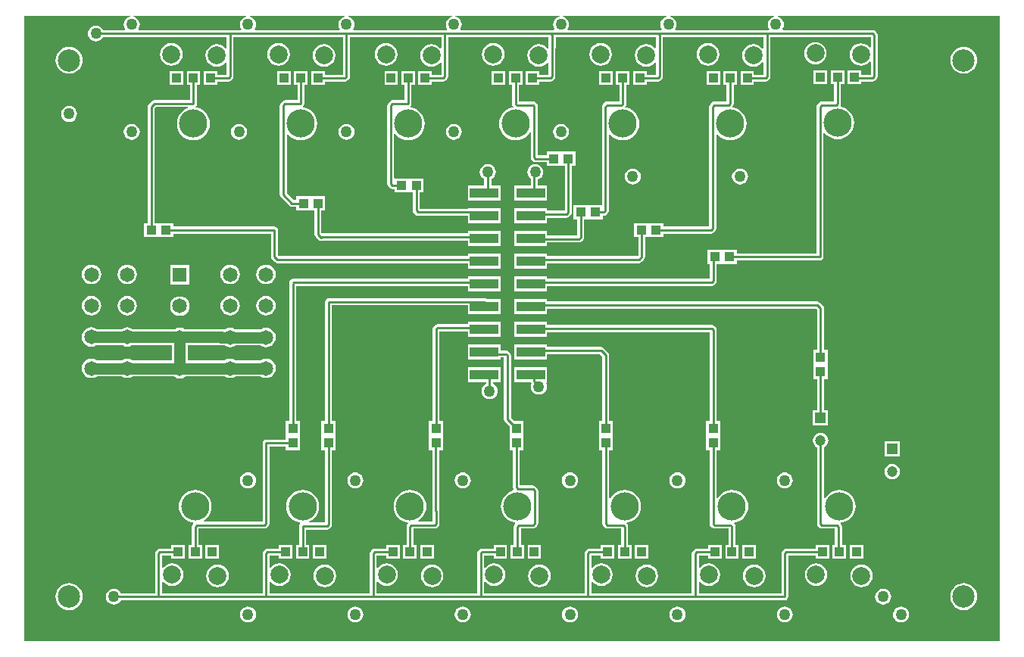
<source format=gtl>
G04*
G04 #@! TF.GenerationSoftware,Altium Limited,Altium Designer,20.2.6 (244)*
G04*
G04 Layer_Physical_Order=1*
G04 Layer_Color=255*
%FSLAX25Y25*%
%MOIN*%
G70*
G04*
G04 #@! TF.SameCoordinates,A4359F0B-5969-4506-8E40-FB7A7F837C19*
G04*
G04*
G04 #@! TF.FilePolarity,Positive*
G04*
G01*
G75*
%ADD12C,0.01000*%
%ADD13R,0.12500X0.04488*%
%ADD14R,0.04182X0.04469*%
%ADD15R,0.04469X0.04182*%
%ADD25C,0.05000*%
%ADD26C,0.09843*%
%ADD27R,0.06496X0.06496*%
%ADD28C,0.06496*%
%ADD29R,0.04724X0.04724*%
%ADD30C,0.04724*%
%ADD31C,0.07874*%
%ADD32R,0.03937X0.03937*%
%ADD33C,0.12402*%
%ADD34C,0.05000*%
G36*
X448111Y393201D02*
X447905Y393174D01*
X447054Y392821D01*
X446323Y392260D01*
X445762Y391529D01*
X445409Y390677D01*
X445289Y389764D01*
X445409Y388850D01*
X445762Y387999D01*
X445959Y387742D01*
X445738Y387293D01*
X442059D01*
X441742Y387356D01*
X422431D01*
X422115Y387293D01*
X404656D01*
X404435Y387742D01*
X404632Y387999D01*
X404985Y388850D01*
X405105Y389764D01*
X404985Y390677D01*
X404632Y391529D01*
X404071Y392260D01*
X403340Y392821D01*
X402489Y393174D01*
X402283Y393201D01*
X402315Y393701D01*
X448078D01*
X448111Y393201D01*
D02*
G37*
G36*
X400867D02*
X400661Y393174D01*
X399810Y392821D01*
X399079Y392260D01*
X398518Y391529D01*
X398165Y390677D01*
X398045Y389764D01*
X398165Y388850D01*
X398518Y387999D01*
X398667Y387805D01*
X398445Y387356D01*
X374894D01*
X374578Y387293D01*
X357412D01*
X357191Y387742D01*
X357388Y387999D01*
X357741Y388850D01*
X357861Y389764D01*
X357741Y390677D01*
X357388Y391529D01*
X356827Y392260D01*
X356096Y392821D01*
X355244Y393174D01*
X355038Y393201D01*
X355071Y393701D01*
X400834D01*
X400867Y393201D01*
D02*
G37*
G36*
X353623D02*
X353417Y393174D01*
X352566Y392821D01*
X351835Y392260D01*
X351273Y391529D01*
X350921Y390677D01*
X350800Y389764D01*
X350921Y388850D01*
X351273Y387999D01*
X351422Y387805D01*
X351201Y387356D01*
X327650D01*
X327334Y387293D01*
X310168D01*
X309947Y387742D01*
X310144Y387999D01*
X310496Y388850D01*
X310617Y389764D01*
X310496Y390677D01*
X310144Y391529D01*
X309583Y392260D01*
X308852Y392821D01*
X308000Y393174D01*
X307794Y393201D01*
X307827Y393701D01*
X353590D01*
X353623Y393201D01*
D02*
G37*
G36*
X306379D02*
X306173Y393174D01*
X305322Y392821D01*
X304590Y392260D01*
X304029Y391529D01*
X303677Y390677D01*
X303556Y389764D01*
X303677Y388850D01*
X304029Y387999D01*
X304178Y387805D01*
X303957Y387356D01*
X281528D01*
X281211Y387293D01*
X262924D01*
X262702Y387742D01*
X262900Y387999D01*
X263252Y388850D01*
X263373Y389764D01*
X263252Y390677D01*
X262900Y391529D01*
X262339Y392260D01*
X261608Y392821D01*
X260756Y393174D01*
X260550Y393201D01*
X260583Y393701D01*
X306346D01*
X306379Y393201D01*
D02*
G37*
G36*
X259135D02*
X258929Y393174D01*
X258077Y392821D01*
X257346Y392260D01*
X256785Y391529D01*
X256433Y390677D01*
X256312Y389764D01*
X256433Y388850D01*
X256785Y387999D01*
X256982Y387742D01*
X256761Y387293D01*
X219617D01*
X219395Y387742D01*
X219593Y387999D01*
X219945Y388850D01*
X220066Y389764D01*
X219945Y390677D01*
X219593Y391529D01*
X219032Y392260D01*
X218301Y392821D01*
X217449Y393174D01*
X217243Y393201D01*
X217276Y393701D01*
X259102D01*
X259135Y393201D01*
D02*
G37*
G36*
X215828D02*
X215622Y393174D01*
X214770Y392821D01*
X214039Y392260D01*
X213478Y391529D01*
X213125Y390677D01*
X213005Y389764D01*
X213125Y388850D01*
X213478Y387999D01*
X213627Y387805D01*
X213406Y387356D01*
X183994D01*
X183678Y387293D01*
X168436D01*
X168214Y387742D01*
X168412Y387999D01*
X168764Y388850D01*
X168885Y389764D01*
X168764Y390677D01*
X168412Y391529D01*
X167851Y392260D01*
X167119Y392821D01*
X166268Y393174D01*
X166062Y393201D01*
X166095Y393701D01*
X215795D01*
X215828Y393201D01*
D02*
G37*
G36*
X547244Y118110D02*
X118110D01*
Y393701D01*
X164614D01*
X164646Y393201D01*
X164441Y393174D01*
X163589Y392821D01*
X162858Y392260D01*
X162297Y391529D01*
X161944Y390677D01*
X161824Y389764D01*
X161944Y388850D01*
X162297Y387999D01*
X162494Y387742D01*
X162273Y387293D01*
X159518D01*
X159201Y387356D01*
X152761D01*
X152664Y387592D01*
X152102Y388323D01*
X151371Y388884D01*
X150520Y389237D01*
X149606Y389357D01*
X148693Y389237D01*
X147841Y388884D01*
X147110Y388323D01*
X146549Y387592D01*
X146196Y386740D01*
X146076Y385827D01*
X146196Y384913D01*
X146549Y384062D01*
X147110Y383330D01*
X147841Y382769D01*
X148693Y382417D01*
X149606Y382297D01*
X150520Y382417D01*
X151371Y382769D01*
X152102Y383330D01*
X152664Y384062D01*
X152761Y384297D01*
X158948D01*
X159264Y384234D01*
X183931D01*
X184248Y384297D01*
X207132D01*
Y379370D01*
X206632Y379200D01*
X206277Y379663D01*
X205246Y380454D01*
X204045Y380952D01*
X202756Y381121D01*
X201467Y380952D01*
X200266Y380454D01*
X199235Y379663D01*
X198443Y378631D01*
X197946Y377431D01*
X197776Y376142D01*
X197946Y374853D01*
X198443Y373652D01*
X199235Y372621D01*
X200266Y371829D01*
X201467Y371332D01*
X202756Y371162D01*
X204045Y371332D01*
X205246Y371829D01*
X206277Y372621D01*
X206632Y373083D01*
X207132Y372914D01*
Y367671D01*
X202969D01*
Y369110D01*
X197031D01*
Y363173D01*
X202969D01*
Y364612D01*
X208076D01*
X208661Y364729D01*
X209157Y365060D01*
X209743Y365646D01*
X210074Y366142D01*
X210191Y366727D01*
Y384297D01*
X214562D01*
X214879Y384234D01*
X258313D01*
Y367671D01*
X250213D01*
Y369110D01*
X244276D01*
Y363173D01*
X250213D01*
Y364612D01*
X259257D01*
X259842Y364729D01*
X260338Y365060D01*
X260924Y365646D01*
X261256Y366142D01*
X261372Y366727D01*
Y384234D01*
X281465D01*
X281781Y384297D01*
X301620D01*
Y379926D01*
X301557Y379610D01*
Y379452D01*
X301057Y379282D01*
X300765Y379663D01*
X299734Y380454D01*
X298533Y380952D01*
X297244Y381121D01*
X295955Y380952D01*
X294754Y380454D01*
X293723Y379663D01*
X292932Y378631D01*
X292434Y377431D01*
X292265Y376142D01*
X292434Y374853D01*
X292932Y373652D01*
X293723Y372621D01*
X294754Y371829D01*
X295955Y371332D01*
X297244Y371162D01*
X298533Y371332D01*
X299734Y371829D01*
X300765Y372621D01*
X301057Y373001D01*
X301557Y372831D01*
Y367671D01*
X297457D01*
Y369110D01*
X291520D01*
Y363173D01*
X297457D01*
Y364612D01*
X302501D01*
X303086Y364729D01*
X303582Y365060D01*
X304168Y365646D01*
X304500Y366142D01*
X304616Y366727D01*
Y379356D01*
X304679Y379673D01*
Y384112D01*
X305179Y384284D01*
X305430Y384234D01*
X327587D01*
X327904Y384297D01*
X348864D01*
Y379926D01*
X348801Y379610D01*
Y379452D01*
X348301Y379282D01*
X348009Y379663D01*
X346978Y380454D01*
X345777Y380952D01*
X344488Y381121D01*
X343199Y380952D01*
X341998Y380454D01*
X340967Y379663D01*
X340176Y378631D01*
X339678Y377431D01*
X339509Y376142D01*
X339678Y374853D01*
X340176Y373652D01*
X340967Y372621D01*
X341998Y371829D01*
X343199Y371332D01*
X344488Y371162D01*
X345777Y371332D01*
X346978Y371829D01*
X348009Y372621D01*
X348301Y373001D01*
X348801Y372831D01*
Y367671D01*
X344701D01*
Y369110D01*
X338764D01*
Y363173D01*
X344701D01*
Y364612D01*
X349745D01*
X350330Y364729D01*
X350826Y365060D01*
X351412Y365646D01*
X351744Y366142D01*
X351860Y366727D01*
Y379356D01*
X351923Y379673D01*
Y384112D01*
X352423Y384284D01*
X352674Y384234D01*
X374831D01*
X375148Y384297D01*
X396108D01*
Y379926D01*
X396045Y379610D01*
Y379452D01*
X395545Y379282D01*
X395253Y379663D01*
X394222Y380454D01*
X393021Y380952D01*
X391732Y381121D01*
X390443Y380952D01*
X389243Y380454D01*
X388211Y379663D01*
X387420Y378631D01*
X386922Y377431D01*
X386753Y376142D01*
X386922Y374853D01*
X387420Y373652D01*
X388211Y372621D01*
X389243Y371829D01*
X390443Y371332D01*
X391732Y371162D01*
X393021Y371332D01*
X394222Y371829D01*
X395253Y372621D01*
X395545Y373001D01*
X396045Y372831D01*
Y367671D01*
X391945D01*
Y369110D01*
X386008D01*
Y363173D01*
X391945D01*
Y364612D01*
X396989D01*
X397574Y364729D01*
X398070Y365060D01*
X398656Y365646D01*
X398988Y366142D01*
X399104Y366727D01*
Y379356D01*
X399167Y379673D01*
Y384112D01*
X399667Y384284D01*
X399918Y384234D01*
X422368D01*
X422685Y384297D01*
X441488D01*
X441805Y384234D01*
X443353D01*
Y379370D01*
X442852Y379200D01*
X442497Y379663D01*
X441466Y380454D01*
X440265Y380952D01*
X438976Y381121D01*
X437688Y380952D01*
X436487Y380454D01*
X435455Y379663D01*
X434664Y378631D01*
X434166Y377431D01*
X433997Y376142D01*
X434166Y374853D01*
X434664Y373652D01*
X435455Y372621D01*
X436487Y371829D01*
X437688Y371332D01*
X438976Y371162D01*
X440265Y371332D01*
X441466Y371829D01*
X442497Y372621D01*
X442852Y373083D01*
X443353Y372914D01*
Y367671D01*
X439189D01*
Y369110D01*
X433252D01*
Y363173D01*
X439189D01*
Y364612D01*
X444296D01*
X444881Y364729D01*
X445377Y365060D01*
X445963Y365646D01*
X446295Y366142D01*
X446411Y366727D01*
Y384234D01*
X490597D01*
Y379764D01*
X490097Y379594D01*
X489742Y380057D01*
X488710Y380848D01*
X487509Y381345D01*
X486221Y381515D01*
X484932Y381345D01*
X483731Y380848D01*
X482699Y380057D01*
X481908Y379025D01*
X481411Y377824D01*
X481241Y376535D01*
X481411Y375247D01*
X481908Y374046D01*
X482699Y373014D01*
X483731Y372223D01*
X484932Y371726D01*
X486221Y371556D01*
X487509Y371726D01*
X488710Y372223D01*
X489742Y373014D01*
X490097Y373477D01*
X490597Y373307D01*
Y367671D01*
X486433D01*
Y369504D01*
X480496D01*
Y363567D01*
X486433D01*
Y364612D01*
X491540D01*
X492126Y364729D01*
X492622Y365060D01*
X493207Y365646D01*
X493539Y366142D01*
X493655Y366727D01*
Y385178D01*
X493539Y385763D01*
X493207Y386259D01*
X492622Y386845D01*
X492126Y387177D01*
X491540Y387293D01*
X451900D01*
X451679Y387742D01*
X451876Y387999D01*
X452229Y388850D01*
X452349Y389764D01*
X452229Y390677D01*
X451876Y391529D01*
X451315Y392260D01*
X450584Y392821D01*
X449733Y393174D01*
X449527Y393201D01*
X449559Y393701D01*
X547244D01*
Y118110D01*
D02*
G37*
%LPC*%
G36*
X466221Y382047D02*
X464932Y381877D01*
X463731Y381379D01*
X462699Y380588D01*
X461908Y379557D01*
X461411Y378356D01*
X461241Y377067D01*
X461411Y375778D01*
X461908Y374577D01*
X462699Y373546D01*
X463731Y372755D01*
X464932Y372257D01*
X466221Y372087D01*
X467509Y372257D01*
X468710Y372755D01*
X469742Y373546D01*
X470533Y374577D01*
X471030Y375778D01*
X471200Y377067D01*
X471030Y378356D01*
X470533Y379557D01*
X469742Y380588D01*
X468710Y381379D01*
X467509Y381877D01*
X466221Y382047D01*
D02*
G37*
G36*
X418976Y381653D02*
X417688Y381483D01*
X416487Y380986D01*
X415455Y380194D01*
X414664Y379163D01*
X414166Y377962D01*
X413997Y376673D01*
X414166Y375384D01*
X414664Y374183D01*
X415455Y373152D01*
X416487Y372361D01*
X417688Y371863D01*
X418976Y371694D01*
X420265Y371863D01*
X421466Y372361D01*
X422498Y373152D01*
X423289Y374183D01*
X423786Y375384D01*
X423956Y376673D01*
X423786Y377962D01*
X423289Y379163D01*
X422498Y380194D01*
X421466Y380986D01*
X420265Y381483D01*
X418976Y381653D01*
D02*
G37*
G36*
X371732D02*
X370444Y381483D01*
X369243Y380986D01*
X368211Y380194D01*
X367420Y379163D01*
X366922Y377962D01*
X366753Y376673D01*
X366922Y375384D01*
X367420Y374183D01*
X368211Y373152D01*
X369243Y372361D01*
X370444Y371863D01*
X371732Y371694D01*
X373021Y371863D01*
X374222Y372361D01*
X375253Y373152D01*
X376045Y374183D01*
X376542Y375384D01*
X376712Y376673D01*
X376542Y377962D01*
X376045Y379163D01*
X375253Y380194D01*
X374222Y380986D01*
X373021Y381483D01*
X371732Y381653D01*
D02*
G37*
G36*
X324488D02*
X323199Y381483D01*
X321998Y380986D01*
X320967Y380194D01*
X320176Y379163D01*
X319678Y377962D01*
X319509Y376673D01*
X319678Y375384D01*
X320176Y374183D01*
X320967Y373152D01*
X321998Y372361D01*
X323199Y371863D01*
X324488Y371694D01*
X325777Y371863D01*
X326978Y372361D01*
X328009Y373152D01*
X328801Y374183D01*
X329298Y375384D01*
X329468Y376673D01*
X329298Y377962D01*
X328801Y379163D01*
X328009Y380194D01*
X326978Y380986D01*
X325777Y381483D01*
X324488Y381653D01*
D02*
G37*
G36*
X277244D02*
X275955Y381483D01*
X274754Y380986D01*
X273723Y380194D01*
X272932Y379163D01*
X272434Y377962D01*
X272265Y376673D01*
X272434Y375384D01*
X272932Y374183D01*
X273723Y373152D01*
X274754Y372361D01*
X275955Y371863D01*
X277244Y371694D01*
X278533Y371863D01*
X279734Y372361D01*
X280765Y373152D01*
X281557Y374183D01*
X282054Y375384D01*
X282224Y376673D01*
X282054Y377962D01*
X281557Y379163D01*
X280765Y380194D01*
X279734Y380986D01*
X278533Y381483D01*
X277244Y381653D01*
D02*
G37*
G36*
X230000D02*
X228711Y381483D01*
X227510Y380986D01*
X226479Y380194D01*
X225688Y379163D01*
X225190Y377962D01*
X225020Y376673D01*
X225190Y375384D01*
X225688Y374183D01*
X226479Y373152D01*
X227510Y372361D01*
X228711Y371863D01*
X230000Y371694D01*
X231289Y371863D01*
X232490Y372361D01*
X233521Y373152D01*
X234313Y374183D01*
X234810Y375384D01*
X234980Y376673D01*
X234810Y377962D01*
X234313Y379163D01*
X233521Y380194D01*
X232490Y380986D01*
X231289Y381483D01*
X230000Y381653D01*
D02*
G37*
G36*
X182756D02*
X181467Y381483D01*
X180266Y380986D01*
X179235Y380194D01*
X178443Y379163D01*
X177946Y377962D01*
X177776Y376673D01*
X177946Y375384D01*
X178443Y374183D01*
X179235Y373152D01*
X180266Y372361D01*
X181467Y371863D01*
X182756Y371694D01*
X184045Y371863D01*
X185246Y372361D01*
X186277Y373152D01*
X187068Y374183D01*
X187566Y375384D01*
X187735Y376673D01*
X187566Y377962D01*
X187068Y379163D01*
X186277Y380194D01*
X185246Y380986D01*
X184045Y381483D01*
X182756Y381653D01*
D02*
G37*
G36*
X250000Y381121D02*
X248711Y380952D01*
X247510Y380454D01*
X246479Y379663D01*
X245688Y378631D01*
X245190Y377431D01*
X245020Y376142D01*
X245190Y374853D01*
X245688Y373652D01*
X246479Y372621D01*
X247510Y371829D01*
X248711Y371332D01*
X250000Y371162D01*
X251289Y371332D01*
X252490Y371829D01*
X253521Y372621D01*
X254312Y373652D01*
X254810Y374853D01*
X254980Y376142D01*
X254810Y377431D01*
X254312Y378631D01*
X253521Y379663D01*
X252490Y380454D01*
X251289Y380952D01*
X250000Y381121D01*
D02*
G37*
G36*
X531496Y379966D02*
X530335Y379851D01*
X529219Y379513D01*
X528191Y378963D01*
X527289Y378223D01*
X526549Y377321D01*
X525999Y376293D01*
X525661Y375177D01*
X525546Y374016D01*
X525661Y372855D01*
X525999Y371739D01*
X526549Y370710D01*
X527289Y369809D01*
X528191Y369069D01*
X529219Y368519D01*
X530335Y368180D01*
X531496Y368066D01*
X532657Y368180D01*
X533773Y368519D01*
X534802Y369069D01*
X535703Y369809D01*
X536443Y370710D01*
X536993Y371739D01*
X537332Y372855D01*
X537446Y374016D01*
X537332Y375177D01*
X536993Y376293D01*
X536443Y377321D01*
X535703Y378223D01*
X534802Y378963D01*
X533773Y379513D01*
X532657Y379851D01*
X531496Y379966D01*
D02*
G37*
G36*
X137795D02*
X136635Y379851D01*
X135518Y379513D01*
X134490Y378963D01*
X133588Y378223D01*
X132848Y377321D01*
X132298Y376293D01*
X131960Y375177D01*
X131845Y374016D01*
X131960Y372855D01*
X132298Y371739D01*
X132848Y370710D01*
X133588Y369809D01*
X134490Y369069D01*
X135518Y368519D01*
X136635Y368180D01*
X137795Y368066D01*
X138956Y368180D01*
X140072Y368519D01*
X141101Y369069D01*
X142002Y369809D01*
X142743Y370710D01*
X143292Y371739D01*
X143631Y372855D01*
X143745Y374016D01*
X143631Y375177D01*
X143292Y376293D01*
X142743Y377321D01*
X142002Y378223D01*
X141101Y378963D01*
X140072Y379513D01*
X138956Y379851D01*
X137795Y379966D01*
D02*
G37*
G36*
X471472Y369504D02*
X465535D01*
Y363567D01*
X471472D01*
Y369504D01*
D02*
G37*
G36*
X424228Y369110D02*
X418291D01*
Y363173D01*
X424228D01*
Y369110D01*
D02*
G37*
G36*
X376984D02*
X371047D01*
Y363173D01*
X376984D01*
Y369110D01*
D02*
G37*
G36*
X329740D02*
X323803D01*
Y363173D01*
X329740D01*
Y369110D01*
D02*
G37*
G36*
X282496D02*
X276559D01*
Y363173D01*
X282496D01*
Y369110D01*
D02*
G37*
G36*
X235252D02*
X229315D01*
Y363173D01*
X235252D01*
Y369110D01*
D02*
G37*
G36*
X188008D02*
X182071D01*
Y363173D01*
X188008D01*
Y369110D01*
D02*
G37*
G36*
X137795Y353924D02*
X136882Y353804D01*
X136030Y353451D01*
X135299Y352890D01*
X134738Y352159D01*
X134385Y351307D01*
X134265Y350394D01*
X134385Y349480D01*
X134738Y348629D01*
X135299Y347898D01*
X136030Y347337D01*
X136882Y346984D01*
X137795Y346864D01*
X138709Y346984D01*
X139560Y347337D01*
X140292Y347898D01*
X140852Y348629D01*
X141205Y349480D01*
X141325Y350394D01*
X141205Y351307D01*
X140852Y352159D01*
X140292Y352890D01*
X139560Y353451D01*
X138709Y353804D01*
X137795Y353924D01*
D02*
G37*
G36*
X478953Y369504D02*
X473016D01*
Y363567D01*
X474455D01*
Y355860D01*
X469090D01*
X468504Y355744D01*
X468008Y355412D01*
X467202Y354606D01*
X466870Y354110D01*
X466754Y353524D01*
Y288931D01*
X431641D01*
Y290492D01*
X418752D01*
Y284311D01*
X419686D01*
Y277750D01*
X348205D01*
Y278835D01*
X333705D01*
Y272346D01*
X348205D01*
Y274691D01*
X420630D01*
X421215Y274808D01*
X421711Y275139D01*
X422297Y275725D01*
X422629Y276221D01*
X422745Y276806D01*
Y284311D01*
X431641D01*
Y285872D01*
X468284D01*
X468869Y285989D01*
X469365Y286320D01*
X469696Y286816D01*
X469813Y287402D01*
Y341838D01*
X470313Y342017D01*
X470868Y341340D01*
X471964Y340441D01*
X473215Y339772D01*
X474573Y339360D01*
X475984Y339221D01*
X477396Y339360D01*
X478753Y339772D01*
X480004Y340441D01*
X481101Y341340D01*
X482000Y342437D01*
X482669Y343688D01*
X483081Y345045D01*
X483220Y346457D01*
X483081Y347868D01*
X482669Y349226D01*
X482000Y350477D01*
X481101Y351573D01*
X480004Y352473D01*
X478753Y353141D01*
X477451Y353537D01*
X477342Y353716D01*
X477224Y354073D01*
X477397Y354331D01*
X477514Y354917D01*
Y363567D01*
X478953D01*
Y369504D01*
D02*
G37*
G36*
X354331Y346050D02*
X353417Y345930D01*
X352566Y345577D01*
X351835Y345016D01*
X351273Y344285D01*
X350921Y343433D01*
X350800Y342520D01*
X350921Y341606D01*
X351273Y340755D01*
X351835Y340023D01*
X352566Y339462D01*
X353417Y339110D01*
X354331Y338989D01*
X355244Y339110D01*
X356096Y339462D01*
X356827Y340023D01*
X357388Y340755D01*
X357741Y341606D01*
X357861Y342520D01*
X357741Y343433D01*
X357388Y344285D01*
X356827Y345016D01*
X356096Y345577D01*
X355244Y345930D01*
X354331Y346050D01*
D02*
G37*
G36*
X307087D02*
X306173Y345930D01*
X305322Y345577D01*
X304590Y345016D01*
X304029Y344285D01*
X303677Y343433D01*
X303556Y342520D01*
X303677Y341606D01*
X304029Y340755D01*
X304590Y340023D01*
X305322Y339462D01*
X306173Y339110D01*
X307087Y338989D01*
X308000Y339110D01*
X308852Y339462D01*
X309583Y340023D01*
X310144Y340755D01*
X310496Y341606D01*
X310617Y342520D01*
X310496Y343433D01*
X310144Y344285D01*
X309583Y345016D01*
X308852Y345577D01*
X308000Y345930D01*
X307087Y346050D01*
D02*
G37*
G36*
X259842D02*
X258929Y345930D01*
X258077Y345577D01*
X257346Y345016D01*
X256785Y344285D01*
X256433Y343433D01*
X256312Y342520D01*
X256433Y341606D01*
X256785Y340755D01*
X257346Y340023D01*
X258077Y339462D01*
X258929Y339110D01*
X259842Y338989D01*
X260756Y339110D01*
X261608Y339462D01*
X262339Y340023D01*
X262900Y340755D01*
X263252Y341606D01*
X263373Y342520D01*
X263252Y343433D01*
X262900Y344285D01*
X262339Y345016D01*
X261608Y345577D01*
X260756Y345930D01*
X259842Y346050D01*
D02*
G37*
G36*
X212598D02*
X211685Y345930D01*
X210833Y345577D01*
X210102Y345016D01*
X209541Y344285D01*
X209189Y343433D01*
X209068Y342520D01*
X209189Y341606D01*
X209541Y340755D01*
X210102Y340023D01*
X210833Y339462D01*
X211685Y339110D01*
X212598Y338989D01*
X213512Y339110D01*
X214364Y339462D01*
X215095Y340023D01*
X215656Y340755D01*
X216008Y341606D01*
X216129Y342520D01*
X216008Y343433D01*
X215656Y344285D01*
X215095Y345016D01*
X214364Y345577D01*
X213512Y345930D01*
X212598Y346050D01*
D02*
G37*
G36*
X165354D02*
X164441Y345930D01*
X163589Y345577D01*
X162858Y345016D01*
X162297Y344285D01*
X161944Y343433D01*
X161824Y342520D01*
X161944Y341606D01*
X162297Y340755D01*
X162858Y340023D01*
X163589Y339462D01*
X164441Y339110D01*
X165354Y338989D01*
X166268Y339110D01*
X167119Y339462D01*
X167851Y340023D01*
X168412Y340755D01*
X168764Y341606D01*
X168885Y342520D01*
X168764Y343433D01*
X168412Y344285D01*
X167851Y345016D01*
X167119Y345577D01*
X166268Y345930D01*
X165354Y346050D01*
D02*
G37*
G36*
X431709Y369110D02*
X425772D01*
Y363173D01*
X427211D01*
Y355860D01*
X421846D01*
X421260Y355744D01*
X420764Y355412D01*
X419958Y354606D01*
X419626Y354110D01*
X419510Y353524D01*
Y300742D01*
X399418D01*
Y302303D01*
X386529D01*
Y296122D01*
X388234D01*
Y288035D01*
X387949Y287750D01*
X348205D01*
Y288835D01*
X333705D01*
Y282347D01*
X348205D01*
Y284691D01*
X388583D01*
X389168Y284807D01*
X389664Y285139D01*
X390845Y286320D01*
X391177Y286816D01*
X391293Y287402D01*
Y296122D01*
X399418D01*
Y297683D01*
X420454D01*
X421039Y297800D01*
X421535Y298131D01*
X422121Y298717D01*
X422452Y299213D01*
X422569Y299798D01*
Y341444D01*
X423069Y341623D01*
X423624Y340947D01*
X424720Y340047D01*
X425971Y339378D01*
X427328Y338966D01*
X428740Y338827D01*
X430152Y338966D01*
X431509Y339378D01*
X432760Y340047D01*
X433856Y340947D01*
X434756Y342043D01*
X435425Y343294D01*
X435837Y344651D01*
X435976Y346063D01*
X435837Y347475D01*
X435425Y348832D01*
X434756Y350083D01*
X433856Y351179D01*
X432760Y352079D01*
X431509Y352748D01*
X430152Y353160D01*
X429818Y353192D01*
X429650Y353663D01*
X429822Y353835D01*
X430153Y354331D01*
X430269Y354917D01*
Y363173D01*
X431709D01*
Y369110D01*
D02*
G37*
G36*
X384465D02*
X378528D01*
Y363173D01*
X379967D01*
Y355860D01*
X374602D01*
X374016Y355744D01*
X373520Y355412D01*
X372714Y354606D01*
X372382Y354110D01*
X372266Y353524D01*
Y310177D01*
X359697D01*
Y303996D01*
X361402D01*
Y296805D01*
X348205D01*
Y298835D01*
X333705D01*
Y292347D01*
X348205D01*
Y293746D01*
X362205D01*
X362790Y293863D01*
X363286Y294194D01*
X364013Y294921D01*
X364345Y295417D01*
X364461Y296002D01*
Y303996D01*
X372586D01*
Y305557D01*
X373210D01*
X373795Y305674D01*
X374291Y306005D01*
X374877Y306591D01*
X375208Y307087D01*
X375325Y307672D01*
Y341444D01*
X375825Y341623D01*
X376380Y340947D01*
X377476Y340047D01*
X378727Y339378D01*
X380084Y338966D01*
X381496Y338827D01*
X382908Y338966D01*
X384265Y339378D01*
X385516Y340047D01*
X386612Y340947D01*
X387512Y342043D01*
X388181Y343294D01*
X388593Y344651D01*
X388732Y346063D01*
X388593Y347475D01*
X388181Y348832D01*
X387512Y350083D01*
X386612Y351179D01*
X385516Y352079D01*
X384265Y352748D01*
X382908Y353160D01*
X382574Y353192D01*
X382406Y353663D01*
X382577Y353835D01*
X382909Y354331D01*
X383026Y354917D01*
Y363173D01*
X384465D01*
Y369110D01*
D02*
G37*
G36*
X289976D02*
X284039D01*
Y363173D01*
X285478D01*
Y356446D01*
X280113D01*
X279528Y356329D01*
X279032Y355998D01*
X278226Y355192D01*
X277894Y354696D01*
X277778Y354110D01*
Y319483D01*
X277894Y318898D01*
X278226Y318402D01*
X278811Y317816D01*
X279308Y317485D01*
X279893Y317368D01*
X280957D01*
Y315807D01*
X289082D01*
Y307813D01*
X289199Y307228D01*
X289530Y306732D01*
X290257Y306005D01*
X290753Y305674D01*
X291339Y305557D01*
X313213D01*
Y302346D01*
X327713D01*
Y308835D01*
X313213D01*
Y308616D01*
X292141D01*
Y315807D01*
X293846D01*
Y321989D01*
X280957D01*
X280837Y322439D01*
Y341444D01*
X281336Y341623D01*
X281891Y340947D01*
X282988Y340047D01*
X284239Y339378D01*
X285596Y338966D01*
X287008Y338827D01*
X288420Y338966D01*
X289777Y339378D01*
X291028Y340047D01*
X292124Y340947D01*
X293024Y342043D01*
X293693Y343294D01*
X294105Y344651D01*
X294244Y346063D01*
X294105Y347475D01*
X293693Y348832D01*
X293024Y350083D01*
X292124Y351179D01*
X291028Y352079D01*
X289777Y352748D01*
X288420Y353160D01*
X288035Y353197D01*
X287906Y353713D01*
X288089Y353835D01*
X288421Y354331D01*
X288537Y354917D01*
Y363173D01*
X289976D01*
Y369110D01*
D02*
G37*
G36*
X242732D02*
X236795D01*
Y363173D01*
X238234D01*
Y356446D01*
X232869D01*
X232284Y356329D01*
X231788Y355998D01*
X230981Y355192D01*
X230650Y354696D01*
X230534Y354110D01*
Y314813D01*
X230650Y314227D01*
X230981Y313731D01*
X234771Y309942D01*
X235267Y309611D01*
X235852Y309494D01*
X237650D01*
Y307933D01*
X245775D01*
Y297377D01*
X245892Y296792D01*
X246223Y296296D01*
X247638Y294882D01*
X248134Y294550D01*
X248719Y294434D01*
X249304Y294550D01*
X249515Y294691D01*
X313213D01*
Y292347D01*
X327713D01*
Y298835D01*
X313213D01*
Y297750D01*
X249095D01*
X248834Y298011D01*
Y307933D01*
X250539D01*
Y314114D01*
X237650D01*
Y312553D01*
X236486D01*
X233592Y315446D01*
Y341444D01*
X234092Y341623D01*
X234647Y340947D01*
X235744Y340047D01*
X236995Y339378D01*
X238352Y338966D01*
X239764Y338827D01*
X241175Y338966D01*
X242533Y339378D01*
X243784Y340047D01*
X244880Y340947D01*
X245780Y342043D01*
X246449Y343294D01*
X246860Y344651D01*
X246999Y346063D01*
X246860Y347475D01*
X246449Y348832D01*
X245780Y350083D01*
X244880Y351179D01*
X243784Y352079D01*
X242533Y352748D01*
X241175Y353160D01*
X240791Y353197D01*
X240662Y353713D01*
X240845Y353835D01*
X241177Y354331D01*
X241293Y354917D01*
Y363173D01*
X242732D01*
Y369110D01*
D02*
G37*
G36*
X195488D02*
X189551D01*
Y363173D01*
X190990D01*
Y356446D01*
X175268D01*
X174682Y356329D01*
X174186Y355998D01*
X172874Y354685D01*
X172542Y354189D01*
X172426Y353604D01*
Y302303D01*
X170721D01*
Y296122D01*
X183610D01*
Y297683D01*
X226655D01*
Y287564D01*
X226771Y286979D01*
X227103Y286482D01*
X228446Y285139D01*
X228942Y284807D01*
X229528Y284691D01*
X313213D01*
Y282347D01*
X327713D01*
Y288835D01*
X313213D01*
Y287750D01*
X230161D01*
X229714Y288197D01*
Y299213D01*
X229597Y299798D01*
X229266Y300294D01*
X228769Y300626D01*
X228184Y300742D01*
X183610D01*
Y302303D01*
X175485D01*
Y352970D01*
X175901Y353387D01*
X190136D01*
X190210Y352887D01*
X189751Y352748D01*
X188500Y352079D01*
X187403Y351179D01*
X186504Y350083D01*
X185835Y348832D01*
X185423Y347475D01*
X185284Y346063D01*
X185423Y344651D01*
X185835Y343294D01*
X186504Y342043D01*
X187403Y340947D01*
X188500Y340047D01*
X189751Y339378D01*
X191108Y338966D01*
X192520Y338827D01*
X193931Y338966D01*
X195289Y339378D01*
X196540Y340047D01*
X197636Y340947D01*
X198536Y342043D01*
X199205Y343294D01*
X199616Y344651D01*
X199755Y346063D01*
X199616Y347475D01*
X199205Y348832D01*
X198536Y350083D01*
X197636Y351179D01*
X196540Y352079D01*
X195289Y352748D01*
X193931Y353160D01*
X193547Y353197D01*
X193418Y353713D01*
X193601Y353835D01*
X193933Y354331D01*
X194049Y354917D01*
Y363173D01*
X195488D01*
Y369110D01*
D02*
G37*
G36*
X433071Y326365D02*
X432157Y326245D01*
X431306Y325892D01*
X430575Y325331D01*
X430014Y324600D01*
X429661Y323748D01*
X429541Y322835D01*
X429661Y321921D01*
X430014Y321070D01*
X430575Y320338D01*
X431306Y319777D01*
X432157Y319425D01*
X433071Y319304D01*
X433985Y319425D01*
X434836Y319777D01*
X435567Y320338D01*
X436128Y321070D01*
X436481Y321921D01*
X436601Y322835D01*
X436481Y323748D01*
X436128Y324600D01*
X435567Y325331D01*
X434836Y325892D01*
X433985Y326245D01*
X433071Y326365D01*
D02*
G37*
G36*
X385827D02*
X384913Y326245D01*
X384062Y325892D01*
X383330Y325331D01*
X382769Y324600D01*
X382417Y323748D01*
X382297Y322835D01*
X382417Y321921D01*
X382769Y321070D01*
X383330Y320338D01*
X384062Y319777D01*
X384913Y319425D01*
X385827Y319304D01*
X386740Y319425D01*
X387592Y319777D01*
X388323Y320338D01*
X388884Y321070D01*
X389237Y321921D01*
X389357Y322835D01*
X389237Y323748D01*
X388884Y324600D01*
X388323Y325331D01*
X387592Y325892D01*
X386740Y326245D01*
X385827Y326365D01*
D02*
G37*
G36*
X342957Y328333D02*
X342043Y328213D01*
X341192Y327860D01*
X340460Y327299D01*
X339899Y326568D01*
X339547Y325717D01*
X339427Y324803D01*
X339547Y323889D01*
X339899Y323038D01*
X340460Y322307D01*
X340990Y321900D01*
Y318835D01*
X333705D01*
Y312347D01*
X348205D01*
Y318835D01*
X344049D01*
Y321467D01*
X344722Y321746D01*
X345453Y322307D01*
X346014Y323038D01*
X346367Y323889D01*
X346487Y324803D01*
X346367Y325717D01*
X346014Y326568D01*
X345453Y327299D01*
X344722Y327860D01*
X343870Y328213D01*
X342957Y328333D01*
D02*
G37*
G36*
X322070D02*
X321156Y328213D01*
X320305Y327860D01*
X319574Y327299D01*
X319013Y326568D01*
X318660Y325717D01*
X318540Y324803D01*
X318660Y323889D01*
X319013Y323038D01*
X319574Y322307D01*
X320305Y321746D01*
X320541Y321648D01*
Y318835D01*
X313213D01*
Y312347D01*
X327713D01*
Y318835D01*
X323599D01*
Y321648D01*
X323835Y321746D01*
X324566Y322307D01*
X325127Y323038D01*
X325480Y323889D01*
X325600Y324803D01*
X325480Y325717D01*
X325127Y326568D01*
X324566Y327299D01*
X323835Y327860D01*
X322984Y328213D01*
X322070Y328333D01*
D02*
G37*
G36*
X337221Y369110D02*
X331283D01*
Y363173D01*
X332723D01*
Y354917D01*
X332839Y354331D01*
X333171Y353835D01*
X333342Y353663D01*
X333174Y353192D01*
X332840Y353160D01*
X331483Y352748D01*
X330232Y352079D01*
X329136Y351179D01*
X328236Y350083D01*
X327567Y348832D01*
X327155Y347475D01*
X327016Y346063D01*
X327155Y344651D01*
X327567Y343294D01*
X328236Y342043D01*
X329136Y340947D01*
X330232Y340047D01*
X331483Y339378D01*
X332840Y338966D01*
X334252Y338827D01*
X335664Y338966D01*
X337021Y339378D01*
X338272Y340047D01*
X339368Y340947D01*
X340268Y342043D01*
X340490Y342459D01*
X340990Y342333D01*
Y331294D01*
X341107Y330709D01*
X341438Y330213D01*
X342024Y329627D01*
X342520Y329296D01*
X343106Y329179D01*
X347886D01*
Y327618D01*
X356012D01*
Y307750D01*
X348205D01*
Y308835D01*
X333705D01*
Y302346D01*
X348205D01*
Y304691D01*
X356720D01*
X357305Y304807D01*
X357801Y305139D01*
X358622Y305960D01*
X358954Y306456D01*
X359070Y307042D01*
Y327618D01*
X360775D01*
Y333800D01*
X347886D01*
Y332238D01*
X344049D01*
Y353745D01*
X343933Y354330D01*
X343601Y354826D01*
X343015Y355412D01*
X342519Y355744D01*
X341934Y355860D01*
X335781D01*
Y363173D01*
X337221D01*
Y369110D01*
D02*
G37*
G36*
X327713Y278835D02*
X313213D01*
Y277750D01*
X236221Y277750D01*
X235635Y277633D01*
X235139Y277302D01*
X234807Y276806D01*
X234691Y276220D01*
X234759Y275880D01*
X234691Y275539D01*
Y215106D01*
X233130D01*
Y208637D01*
Y206981D01*
X224410D01*
X223824Y206864D01*
X223328Y206533D01*
X222996Y206036D01*
X222880Y205451D01*
Y170821D01*
X197037D01*
X196911Y171321D01*
X197327Y171543D01*
X198424Y172443D01*
X199323Y173539D01*
X199992Y174790D01*
X200404Y176147D01*
X200543Y177559D01*
X200404Y178971D01*
X199992Y180328D01*
X199323Y181579D01*
X198424Y182675D01*
X197327Y183575D01*
X196076Y184244D01*
X194719Y184656D01*
X193307Y184795D01*
X191895Y184656D01*
X190538Y184244D01*
X189287Y183575D01*
X188191Y182675D01*
X187291Y181579D01*
X186622Y180328D01*
X186211Y178971D01*
X186072Y177559D01*
X186211Y176147D01*
X186622Y174790D01*
X187291Y173539D01*
X188191Y172443D01*
X189287Y171543D01*
X190538Y170874D01*
X191895Y170463D01*
X192229Y170430D01*
X192397Y169959D01*
X192226Y169787D01*
X191894Y169291D01*
X191778Y168705D01*
Y160449D01*
X190339D01*
Y154512D01*
X196276D01*
Y160449D01*
X194836D01*
Y167762D01*
X223824D01*
X224409Y167878D01*
X224905Y168210D01*
X225491Y168796D01*
X225822Y169292D01*
X225939Y169877D01*
Y203922D01*
X233130D01*
Y202217D01*
X239311D01*
Y208637D01*
Y215106D01*
X237750D01*
Y274691D01*
X313213Y274691D01*
Y272346D01*
X327713D01*
Y278835D01*
D02*
G37*
G36*
X224410Y283997D02*
X223301Y283851D01*
X222267Y283423D01*
X221380Y282742D01*
X220699Y281855D01*
X220271Y280822D01*
X220125Y279713D01*
X220271Y278604D01*
X220699Y277570D01*
X221380Y276683D01*
X222267Y276002D01*
X223301Y275574D01*
X224410Y275428D01*
X225518Y275574D01*
X226552Y276002D01*
X227439Y276683D01*
X228120Y277570D01*
X228548Y278604D01*
X228694Y279713D01*
X228548Y280822D01*
X228120Y281855D01*
X227439Y282742D01*
X226552Y283423D01*
X225518Y283851D01*
X224410Y283997D01*
D02*
G37*
G36*
X208661D02*
X207553Y283851D01*
X206519Y283423D01*
X205632Y282742D01*
X204951Y281855D01*
X204523Y280822D01*
X204377Y279713D01*
X204523Y278604D01*
X204951Y277570D01*
X205632Y276683D01*
X206519Y276002D01*
X207553Y275574D01*
X208661Y275428D01*
X209770Y275574D01*
X210804Y276002D01*
X211691Y276683D01*
X212372Y277570D01*
X212800Y278604D01*
X212946Y279713D01*
X212800Y280822D01*
X212372Y281855D01*
X211691Y282742D01*
X210804Y283423D01*
X209770Y283851D01*
X208661Y283997D01*
D02*
G37*
G36*
X163386D02*
X162277Y283851D01*
X161243Y283423D01*
X160356Y282742D01*
X159675Y281855D01*
X159247Y280822D01*
X159101Y279713D01*
X159247Y278604D01*
X159675Y277570D01*
X160356Y276683D01*
X161243Y276002D01*
X162277Y275574D01*
X163386Y275428D01*
X164495Y275574D01*
X165528Y276002D01*
X166416Y276683D01*
X167096Y277570D01*
X167525Y278604D01*
X167671Y279713D01*
X167525Y280822D01*
X167096Y281855D01*
X166416Y282742D01*
X165528Y283423D01*
X164495Y283851D01*
X163386Y283997D01*
D02*
G37*
G36*
X147638D02*
X146529Y283851D01*
X145495Y283423D01*
X144608Y282742D01*
X143927Y281855D01*
X143499Y280822D01*
X143353Y279713D01*
X143499Y278604D01*
X143927Y277570D01*
X144608Y276683D01*
X145495Y276002D01*
X146529Y275574D01*
X147638Y275428D01*
X148747Y275574D01*
X149780Y276002D01*
X150668Y276683D01*
X151348Y277570D01*
X151777Y278604D01*
X151923Y279713D01*
X151777Y280822D01*
X151348Y281855D01*
X150668Y282742D01*
X149780Y283423D01*
X148747Y283851D01*
X147638Y283997D01*
D02*
G37*
G36*
X190790Y283776D02*
X182294D01*
Y275279D01*
X190790D01*
Y283776D01*
D02*
G37*
G36*
X320532Y269246D02*
X251969D01*
X251383Y269129D01*
X250887Y268798D01*
X250555Y268302D01*
X250439Y267717D01*
Y215106D01*
X248878D01*
Y208637D01*
Y202217D01*
X250439D01*
Y179139D01*
X250376Y178822D01*
Y175508D01*
X250439Y175192D01*
Y170427D01*
X243503D01*
X243486Y170468D01*
X243419Y170927D01*
X244571Y171543D01*
X245668Y172443D01*
X246567Y173539D01*
X247236Y174790D01*
X247648Y176147D01*
X247787Y177559D01*
X247648Y178971D01*
X247236Y180328D01*
X246567Y181579D01*
X245668Y182675D01*
X244571Y183575D01*
X243320Y184244D01*
X241963Y184656D01*
X240551Y184795D01*
X239140Y184656D01*
X237782Y184244D01*
X236531Y183575D01*
X235435Y182675D01*
X234535Y181579D01*
X233866Y180328D01*
X233455Y178971D01*
X233316Y177559D01*
X233455Y176147D01*
X233866Y174790D01*
X234535Y173539D01*
X235435Y172443D01*
X236531Y171543D01*
X237782Y170874D01*
X239140Y170463D01*
X239274Y170449D01*
X239388Y170176D01*
X239437Y169931D01*
X239138Y169483D01*
X239022Y168898D01*
Y160449D01*
X237583D01*
Y154512D01*
X243520D01*
Y160449D01*
X242081D01*
Y167368D01*
X251383D01*
X251968Y167485D01*
X252464Y167816D01*
X253050Y168402D01*
X253381Y168898D01*
X253498Y169483D01*
Y175445D01*
X253435Y175762D01*
Y178568D01*
X253498Y178885D01*
Y202217D01*
X255059D01*
Y208637D01*
Y215106D01*
X253498D01*
Y266187D01*
X313213D01*
Y262347D01*
X327713D01*
Y268835D01*
X321558D01*
X321117Y269129D01*
X320532Y269246D01*
D02*
G37*
G36*
X224410Y270218D02*
X223301Y270072D01*
X222267Y269644D01*
X221380Y268963D01*
X220699Y268075D01*
X220271Y267042D01*
X220125Y265933D01*
X220271Y264824D01*
X220699Y263791D01*
X221380Y262903D01*
X222267Y262222D01*
X223301Y261794D01*
X224410Y261648D01*
X225518Y261794D01*
X226552Y262222D01*
X227439Y262903D01*
X228120Y263791D01*
X228548Y264824D01*
X228694Y265933D01*
X228548Y267042D01*
X228120Y268075D01*
X227439Y268963D01*
X226552Y269644D01*
X225518Y270072D01*
X224410Y270218D01*
D02*
G37*
G36*
X208661D02*
X207553Y270072D01*
X206519Y269644D01*
X205632Y268963D01*
X204951Y268075D01*
X204523Y267042D01*
X204377Y265933D01*
X204523Y264824D01*
X204951Y263791D01*
X205632Y262903D01*
X206519Y262222D01*
X207553Y261794D01*
X208661Y261648D01*
X209770Y261794D01*
X210804Y262222D01*
X211691Y262903D01*
X212372Y263791D01*
X212800Y264824D01*
X212946Y265933D01*
X212800Y267042D01*
X212372Y268075D01*
X211691Y268963D01*
X210804Y269644D01*
X209770Y270072D01*
X208661Y270218D01*
D02*
G37*
G36*
X163386D02*
X162277Y270072D01*
X161243Y269644D01*
X160356Y268963D01*
X159675Y268075D01*
X159247Y267042D01*
X159101Y265933D01*
X159247Y264824D01*
X159675Y263791D01*
X160356Y262903D01*
X161243Y262222D01*
X162277Y261794D01*
X163386Y261648D01*
X164495Y261794D01*
X165528Y262222D01*
X166416Y262903D01*
X167096Y263791D01*
X167525Y264824D01*
X167671Y265933D01*
X167525Y267042D01*
X167096Y268075D01*
X166416Y268963D01*
X165528Y269644D01*
X164495Y270072D01*
X163386Y270218D01*
D02*
G37*
G36*
X147638D02*
X146529Y270072D01*
X145495Y269644D01*
X144608Y268963D01*
X143927Y268075D01*
X143499Y267042D01*
X143353Y265933D01*
X143499Y264824D01*
X143927Y263791D01*
X144608Y262903D01*
X145495Y262222D01*
X146529Y261794D01*
X147638Y261648D01*
X148747Y261794D01*
X149780Y262222D01*
X150668Y262903D01*
X151348Y263791D01*
X151777Y264824D01*
X151923Y265933D01*
X151777Y267042D01*
X151348Y268075D01*
X150668Y268963D01*
X149780Y269644D01*
X148747Y270072D01*
X147638Y270218D01*
D02*
G37*
G36*
X186542Y270033D02*
X185433Y269887D01*
X184400Y269459D01*
X183513Y268778D01*
X182832Y267890D01*
X182404Y266857D01*
X182258Y265748D01*
X182404Y264639D01*
X182832Y263606D01*
X183513Y262718D01*
X184400Y262037D01*
X185433Y261609D01*
X186542Y261463D01*
X187651Y261609D01*
X188685Y262037D01*
X189572Y262718D01*
X190253Y263606D01*
X190681Y264639D01*
X190827Y265748D01*
X190681Y266857D01*
X190253Y267890D01*
X189572Y268778D01*
X188685Y269459D01*
X187651Y269887D01*
X186542Y270033D01*
D02*
G37*
G36*
X163386Y256438D02*
X162277Y256292D01*
X161243Y255864D01*
X161008Y255684D01*
X150015D01*
X149780Y255864D01*
X148747Y256292D01*
X147638Y256438D01*
X146529Y256292D01*
X145495Y255864D01*
X144608Y255183D01*
X143927Y254296D01*
X143499Y253262D01*
X143353Y252153D01*
X143499Y251045D01*
X143927Y250011D01*
X144608Y249124D01*
X145495Y248443D01*
X146529Y248015D01*
X147638Y247869D01*
X148747Y248015D01*
X149780Y248443D01*
X150015Y248623D01*
X161008D01*
X161243Y248443D01*
X162277Y248015D01*
X163386Y247869D01*
X164495Y248015D01*
X165528Y248443D01*
X165763Y248623D01*
X183012D01*
Y241904D01*
X165763D01*
X165528Y242085D01*
X164495Y242513D01*
X163386Y242659D01*
X162277Y242513D01*
X161243Y242085D01*
X161008Y241904D01*
X150015D01*
X149780Y242085D01*
X148747Y242513D01*
X147638Y242659D01*
X146529Y242513D01*
X145495Y242085D01*
X144608Y241404D01*
X143927Y240516D01*
X143499Y239483D01*
X143353Y238374D01*
X143499Y237265D01*
X143927Y236232D01*
X144608Y235344D01*
X145495Y234663D01*
X146529Y234235D01*
X147638Y234089D01*
X148747Y234235D01*
X149780Y234663D01*
X150015Y234844D01*
X161008D01*
X161243Y234663D01*
X162277Y234235D01*
X163386Y234089D01*
X164495Y234235D01*
X165528Y234663D01*
X165763Y234844D01*
X183924D01*
X184400Y234478D01*
X185433Y234050D01*
X186542Y233904D01*
X187651Y234050D01*
X188685Y234478D01*
X189163Y234846D01*
X204718D01*
X204725Y234845D01*
X206285D01*
X206519Y234665D01*
X207553Y234237D01*
X208661Y234091D01*
X209770Y234237D01*
X210804Y234665D01*
X211036Y234844D01*
X222032D01*
X222267Y234663D01*
X223301Y234235D01*
X224410Y234089D01*
X225518Y234235D01*
X226552Y234663D01*
X227439Y235344D01*
X228120Y236232D01*
X228548Y237265D01*
X228694Y238374D01*
X228548Y239483D01*
X228120Y240516D01*
X227439Y241404D01*
X226552Y242085D01*
X225518Y242513D01*
X224410Y242659D01*
X223301Y242513D01*
X222267Y242085D01*
X222032Y241904D01*
X211041D01*
X210804Y242087D01*
X209770Y242515D01*
X208661Y242661D01*
X207553Y242515D01*
X206519Y242087D01*
X206283Y241905D01*
X204732D01*
X204724Y241906D01*
X190073D01*
Y248532D01*
X204014D01*
X204724Y248438D01*
X206284D01*
X206519Y248258D01*
X207553Y247830D01*
X208661Y247684D01*
X209770Y247830D01*
X210804Y248258D01*
X211039Y248438D01*
X222032D01*
X222267Y248258D01*
X223301Y247830D01*
X224410Y247684D01*
X225518Y247830D01*
X226552Y248258D01*
X227439Y248939D01*
X228120Y249826D01*
X228548Y250859D01*
X228694Y251969D01*
X228548Y253078D01*
X228120Y254111D01*
X227439Y254998D01*
X226552Y255679D01*
X225518Y256107D01*
X224410Y256253D01*
X223301Y256107D01*
X222267Y255679D01*
X222032Y255499D01*
X211039D01*
X210804Y255679D01*
X209770Y256107D01*
X208661Y256253D01*
X207553Y256107D01*
X206519Y255679D01*
X206284Y255499D01*
X205341D01*
X204631Y255592D01*
X188798D01*
X188685Y255679D01*
X187651Y256107D01*
X186542Y256253D01*
X185433Y256107D01*
X184411Y255684D01*
X165763D01*
X165528Y255864D01*
X164495Y256292D01*
X163386Y256438D01*
D02*
G37*
G36*
X327713Y258835D02*
X313213D01*
Y257750D01*
X299798D01*
X299213Y257633D01*
X298717Y257302D01*
X298131Y256716D01*
X297800Y256220D01*
X297683Y255635D01*
Y215106D01*
X296122D01*
Y208637D01*
Y202217D01*
X297620D01*
Y175508D01*
X297683Y175192D01*
Y170884D01*
X297556D01*
X297239Y170821D01*
X291525D01*
X291400Y171321D01*
X291815Y171543D01*
X292912Y172443D01*
X293811Y173539D01*
X294480Y174790D01*
X294892Y176147D01*
X295031Y177559D01*
X294892Y178971D01*
X294480Y180328D01*
X293811Y181579D01*
X292912Y182675D01*
X291815Y183575D01*
X290564Y184244D01*
X289207Y184656D01*
X287795Y184795D01*
X286384Y184656D01*
X285026Y184244D01*
X283775Y183575D01*
X282679Y182675D01*
X281779Y181579D01*
X281110Y180328D01*
X280699Y178971D01*
X280560Y177559D01*
X280699Y176147D01*
X281110Y174790D01*
X281779Y173539D01*
X282679Y172443D01*
X283775Y171543D01*
X285026Y170874D01*
X286384Y170463D01*
X286717Y170430D01*
X286886Y169959D01*
X286714Y169787D01*
X286382Y169291D01*
X286266Y168705D01*
Y160449D01*
X284827D01*
Y154512D01*
X290764D01*
Y160449D01*
X289325D01*
Y167762D01*
X297493D01*
X297809Y167825D01*
X298690D01*
X299275Y167941D01*
X299771Y168273D01*
X300294Y168796D01*
X300626Y169292D01*
X300742Y169877D01*
Y175445D01*
X300679Y175762D01*
Y202217D01*
X302303D01*
Y208637D01*
Y215106D01*
X300742D01*
Y254691D01*
X313213D01*
Y252346D01*
X327713D01*
Y258835D01*
D02*
G37*
G36*
X348205Y238835D02*
X333705D01*
Y232347D01*
X341058D01*
X341107Y232102D01*
X341351Y231736D01*
X341116Y231167D01*
X340995Y230254D01*
X341116Y229340D01*
X341468Y228488D01*
X342029Y227757D01*
X342760Y227196D01*
X343612Y226844D01*
X344526Y226723D01*
X345439Y226844D01*
X346291Y227196D01*
X347022Y227757D01*
X347583Y228488D01*
X347936Y229340D01*
X348056Y230254D01*
X347936Y231167D01*
X347654Y231846D01*
X347908Y232347D01*
X348205D01*
Y238835D01*
D02*
G37*
G36*
X327713D02*
X313213D01*
Y232347D01*
X321305D01*
Y231501D01*
X321070Y231404D01*
X320338Y230843D01*
X319777Y230112D01*
X319425Y229260D01*
X319304Y228346D01*
X319425Y227433D01*
X319777Y226581D01*
X320338Y225850D01*
X321070Y225289D01*
X321921Y224937D01*
X322835Y224816D01*
X323748Y224937D01*
X324600Y225289D01*
X325331Y225850D01*
X325892Y226581D01*
X326245Y227433D01*
X326365Y228346D01*
X326245Y229260D01*
X325892Y230112D01*
X325331Y230843D01*
X324600Y231404D01*
X324364Y231501D01*
Y232347D01*
X327713D01*
Y238835D01*
D02*
G37*
G36*
X348205Y268835D02*
X333705D01*
Y262347D01*
X348205D01*
Y264691D01*
X466538D01*
X466974Y264255D01*
Y246602D01*
X465413D01*
Y240133D01*
Y233713D01*
X466974D01*
Y219898D01*
X465142D01*
Y213173D01*
X471866D01*
Y219898D01*
X470033D01*
Y233713D01*
X471595D01*
Y240133D01*
Y246602D01*
X470033D01*
Y264888D01*
X469917Y265473D01*
X469585Y265970D01*
X468171Y267384D01*
X467675Y267715D01*
X467090Y267832D01*
X466678Y267750D01*
X348205D01*
Y268835D01*
D02*
G37*
G36*
X503362Y206276D02*
X496638D01*
Y199551D01*
X503362D01*
Y206276D01*
D02*
G37*
G36*
X500000Y196305D02*
X499122Y196189D01*
X498304Y195850D01*
X497602Y195311D01*
X497063Y194609D01*
X496724Y193791D01*
X496609Y192913D01*
X496724Y192036D01*
X497063Y191218D01*
X497602Y190515D01*
X498304Y189977D01*
X499122Y189638D01*
X500000Y189522D01*
X500878Y189638D01*
X501696Y189977D01*
X502398Y190515D01*
X502937Y191218D01*
X503276Y192036D01*
X503391Y192913D01*
X503276Y193791D01*
X502937Y194609D01*
X502398Y195311D01*
X501696Y195850D01*
X500878Y196189D01*
X500000Y196305D01*
D02*
G37*
G36*
X452756Y192507D02*
X451842Y192386D01*
X450991Y192034D01*
X450260Y191473D01*
X449699Y190742D01*
X449346Y189890D01*
X449226Y188976D01*
X449346Y188063D01*
X449699Y187211D01*
X450260Y186480D01*
X450991Y185919D01*
X451842Y185566D01*
X452756Y185446D01*
X453670Y185566D01*
X454521Y185919D01*
X455252Y186480D01*
X455813Y187211D01*
X456166Y188063D01*
X456286Y188976D01*
X456166Y189890D01*
X455813Y190742D01*
X455252Y191473D01*
X454521Y192034D01*
X453670Y192386D01*
X452756Y192507D01*
D02*
G37*
G36*
X405512D02*
X404598Y192386D01*
X403747Y192034D01*
X403016Y191473D01*
X402455Y190742D01*
X402102Y189890D01*
X401982Y188976D01*
X402102Y188063D01*
X402455Y187211D01*
X403016Y186480D01*
X403747Y185919D01*
X404598Y185566D01*
X405512Y185446D01*
X406426Y185566D01*
X407277Y185919D01*
X408008Y186480D01*
X408569Y187211D01*
X408922Y188063D01*
X409042Y188976D01*
X408922Y189890D01*
X408569Y190742D01*
X408008Y191473D01*
X407277Y192034D01*
X406426Y192386D01*
X405512Y192507D01*
D02*
G37*
G36*
X358268D02*
X357354Y192386D01*
X356503Y192034D01*
X355771Y191473D01*
X355210Y190742D01*
X354858Y189890D01*
X354737Y188976D01*
X354858Y188063D01*
X355210Y187211D01*
X355771Y186480D01*
X356503Y185919D01*
X357354Y185566D01*
X358268Y185446D01*
X359181Y185566D01*
X360033Y185919D01*
X360764Y186480D01*
X361325Y187211D01*
X361678Y188063D01*
X361798Y188976D01*
X361678Y189890D01*
X361325Y190742D01*
X360764Y191473D01*
X360033Y192034D01*
X359181Y192386D01*
X358268Y192507D01*
D02*
G37*
G36*
X311024D02*
X310110Y192386D01*
X309259Y192034D01*
X308527Y191473D01*
X307966Y190742D01*
X307614Y189890D01*
X307493Y188976D01*
X307614Y188063D01*
X307966Y187211D01*
X308527Y186480D01*
X309259Y185919D01*
X310110Y185566D01*
X311024Y185446D01*
X311937Y185566D01*
X312789Y185919D01*
X313520Y186480D01*
X314081Y187211D01*
X314434Y188063D01*
X314554Y188976D01*
X314434Y189890D01*
X314081Y190742D01*
X313520Y191473D01*
X312789Y192034D01*
X311937Y192386D01*
X311024Y192507D01*
D02*
G37*
G36*
X263779D02*
X262866Y192386D01*
X262014Y192034D01*
X261283Y191473D01*
X260722Y190742D01*
X260370Y189890D01*
X260249Y188976D01*
X260370Y188063D01*
X260722Y187211D01*
X261283Y186480D01*
X262014Y185919D01*
X262866Y185566D01*
X263779Y185446D01*
X264693Y185566D01*
X265545Y185919D01*
X266276Y186480D01*
X266837Y187211D01*
X267189Y188063D01*
X267310Y188976D01*
X267189Y189890D01*
X266837Y190742D01*
X266276Y191473D01*
X265545Y192034D01*
X264693Y192386D01*
X263779Y192507D01*
D02*
G37*
G36*
X216535D02*
X215622Y192386D01*
X214770Y192034D01*
X214039Y191473D01*
X213478Y190742D01*
X213125Y189890D01*
X213005Y188976D01*
X213125Y188063D01*
X213478Y187211D01*
X214039Y186480D01*
X214770Y185919D01*
X215622Y185566D01*
X216535Y185446D01*
X217449Y185566D01*
X218301Y185919D01*
X219032Y186480D01*
X219593Y187211D01*
X219945Y188063D01*
X220066Y188976D01*
X219945Y189890D01*
X219593Y190742D01*
X219032Y191473D01*
X218301Y192034D01*
X217449Y192386D01*
X216535Y192507D01*
D02*
G37*
G36*
X487220Y160449D02*
X481284D01*
Y154512D01*
X487220D01*
Y160449D01*
D02*
G37*
G36*
X468504Y209927D02*
X467626Y209811D01*
X466808Y209472D01*
X466106Y208933D01*
X465567Y208231D01*
X465228Y207413D01*
X465113Y206535D01*
X465228Y205658D01*
X465567Y204840D01*
X466106Y204137D01*
X466808Y203599D01*
X466974Y203530D01*
Y169877D01*
X467091Y169292D01*
X467422Y168796D01*
X468008Y168210D01*
X468504Y167878D01*
X469090Y167762D01*
X474849D01*
Y160449D01*
X473803D01*
Y154512D01*
X479740D01*
Y160449D01*
X477907D01*
Y168705D01*
X477791Y169291D01*
X477459Y169787D01*
X477323Y169923D01*
X477491Y170394D01*
X478183Y170463D01*
X479541Y170874D01*
X480792Y171543D01*
X481888Y172443D01*
X482788Y173539D01*
X483457Y174790D01*
X483868Y176147D01*
X484007Y177559D01*
X483868Y178971D01*
X483457Y180328D01*
X482788Y181579D01*
X481888Y182675D01*
X480792Y183575D01*
X479541Y184244D01*
X478183Y184656D01*
X476772Y184795D01*
X475360Y184656D01*
X474003Y184244D01*
X472752Y183575D01*
X471655Y182675D01*
X470755Y181579D01*
X470533Y181163D01*
X470033Y181289D01*
Y203530D01*
X470199Y203599D01*
X470902Y204137D01*
X471441Y204840D01*
X471780Y205658D01*
X471895Y206535D01*
X471780Y207413D01*
X471441Y208231D01*
X470902Y208933D01*
X470199Y209472D01*
X469382Y209811D01*
X468504Y209927D01*
D02*
G37*
G36*
X439976Y160449D02*
X434039D01*
Y154512D01*
X439976D01*
Y160449D01*
D02*
G37*
G36*
X348205Y258835D02*
X333705D01*
Y252346D01*
X348205D01*
Y254376D01*
X419731D01*
Y215106D01*
X418169D01*
Y208637D01*
Y202217D01*
X419731D01*
Y169877D01*
X419847Y169292D01*
X420178Y168796D01*
X420764Y168210D01*
X421260Y167878D01*
X421846Y167762D01*
X427998D01*
Y160449D01*
X426559D01*
Y154512D01*
X432496D01*
Y160449D01*
X431057D01*
Y168705D01*
X430940Y169291D01*
X430609Y169787D01*
X430437Y169959D01*
X430606Y170430D01*
X430939Y170463D01*
X432297Y170874D01*
X433547Y171543D01*
X434644Y172443D01*
X435544Y173539D01*
X436212Y174790D01*
X436624Y176147D01*
X436763Y177559D01*
X436624Y178971D01*
X436212Y180328D01*
X435544Y181579D01*
X434644Y182675D01*
X433547Y183575D01*
X432297Y184244D01*
X430939Y184656D01*
X429528Y184795D01*
X428116Y184656D01*
X426759Y184244D01*
X425508Y183575D01*
X424411Y182675D01*
X423511Y181579D01*
X423289Y181163D01*
X422789Y181289D01*
Y202217D01*
X424351D01*
Y208637D01*
Y215106D01*
X422789D01*
Y255320D01*
X422673Y255905D01*
X422341Y256401D01*
X421756Y256987D01*
X421259Y257318D01*
X420674Y257435D01*
X348205D01*
Y258835D01*
D02*
G37*
G36*
X472260Y160449D02*
X466323D01*
Y159010D01*
X453342D01*
X452756Y158893D01*
X452260Y158562D01*
X451675Y157976D01*
X451343Y157480D01*
X451227Y156895D01*
Y139325D01*
X414915D01*
Y144252D01*
X415415Y144422D01*
X415770Y143959D01*
X416802Y143168D01*
X418003Y142670D01*
X419291Y142501D01*
X420580Y142670D01*
X421781Y143168D01*
X422812Y143959D01*
X423604Y144991D01*
X424101Y146192D01*
X424271Y147480D01*
X424101Y148769D01*
X423604Y149970D01*
X422812Y151001D01*
X421781Y151793D01*
X420580Y152290D01*
X419291Y152460D01*
X418003Y152290D01*
X416802Y151793D01*
X415770Y151001D01*
X415415Y150539D01*
X414915Y150708D01*
Y155951D01*
X419079D01*
Y154512D01*
X425016D01*
Y160449D01*
X419079D01*
Y159010D01*
X413972D01*
X413386Y158893D01*
X412890Y158562D01*
X412304Y157976D01*
X411973Y157480D01*
X411856Y156895D01*
Y139325D01*
X367671D01*
Y144252D01*
X368171Y144422D01*
X368526Y143959D01*
X369557Y143168D01*
X370758Y142670D01*
X372047Y142501D01*
X373336Y142670D01*
X374537Y143168D01*
X375568Y143959D01*
X376360Y144991D01*
X376857Y146192D01*
X377027Y147480D01*
X376857Y148769D01*
X376360Y149970D01*
X375568Y151001D01*
X374537Y151793D01*
X373336Y152290D01*
X372047Y152460D01*
X370758Y152290D01*
X369557Y151793D01*
X368526Y151001D01*
X368171Y150539D01*
X367671Y150708D01*
Y155951D01*
X371835D01*
Y154512D01*
X377772D01*
Y160449D01*
X371835D01*
Y159010D01*
X366727D01*
X366142Y158893D01*
X365646Y158562D01*
X365060Y157976D01*
X364729Y157480D01*
X364612Y156895D01*
Y139325D01*
X320427D01*
Y144252D01*
X320927Y144422D01*
X321282Y143959D01*
X322313Y143168D01*
X323514Y142670D01*
X324803Y142501D01*
X326092Y142670D01*
X327293Y143168D01*
X328324Y143959D01*
X329116Y144991D01*
X329613Y146192D01*
X329783Y147480D01*
X329613Y148769D01*
X329116Y149970D01*
X328324Y151001D01*
X327293Y151793D01*
X326092Y152290D01*
X324803Y152460D01*
X323514Y152290D01*
X322313Y151793D01*
X321282Y151001D01*
X320927Y150539D01*
X320427Y150708D01*
Y155951D01*
X324591D01*
Y154512D01*
X330528D01*
Y160449D01*
X324591D01*
Y159010D01*
X319483D01*
X318898Y158893D01*
X318402Y158562D01*
X317816Y157976D01*
X317485Y157480D01*
X317368Y156895D01*
Y139325D01*
X273183D01*
Y144252D01*
X273683Y144422D01*
X274038Y143959D01*
X275069Y143168D01*
X276270Y142670D01*
X277559Y142501D01*
X278848Y142670D01*
X280049Y143168D01*
X281080Y143959D01*
X281872Y144991D01*
X282369Y146192D01*
X282539Y147480D01*
X282369Y148769D01*
X281872Y149970D01*
X281080Y151001D01*
X280049Y151793D01*
X278848Y152290D01*
X277559Y152460D01*
X276270Y152290D01*
X275069Y151793D01*
X274038Y151001D01*
X273683Y150539D01*
X273183Y150708D01*
Y155951D01*
X277346D01*
Y154512D01*
X283283D01*
Y160449D01*
X277346D01*
Y159010D01*
X272239D01*
X271654Y158893D01*
X271158Y158562D01*
X270572Y157976D01*
X270241Y157480D01*
X270124Y156895D01*
Y139325D01*
X225939D01*
Y144252D01*
X226439Y144422D01*
X226794Y143959D01*
X227825Y143168D01*
X229026Y142670D01*
X230315Y142501D01*
X231604Y142670D01*
X232805Y143168D01*
X233836Y143959D01*
X234627Y144991D01*
X235125Y146192D01*
X235295Y147480D01*
X235125Y148769D01*
X234627Y149970D01*
X233836Y151001D01*
X232805Y151793D01*
X231604Y152290D01*
X230315Y152460D01*
X229026Y152290D01*
X227825Y151793D01*
X226794Y151001D01*
X226439Y150539D01*
X225939Y150708D01*
Y155951D01*
X230102D01*
Y154512D01*
X236039D01*
Y160449D01*
X230102D01*
Y159010D01*
X224995D01*
X224410Y158893D01*
X223914Y158562D01*
X223328Y157976D01*
X222996Y157480D01*
X222880Y156895D01*
Y139325D01*
X178695D01*
Y144252D01*
X179195Y144422D01*
X179550Y143959D01*
X180581Y143168D01*
X181782Y142670D01*
X183071Y142501D01*
X184360Y142670D01*
X185561Y143168D01*
X186592Y143959D01*
X187383Y144991D01*
X187881Y146192D01*
X188050Y147480D01*
X187881Y148769D01*
X187383Y149970D01*
X186592Y151001D01*
X185561Y151793D01*
X184360Y152290D01*
X183071Y152460D01*
X181782Y152290D01*
X180581Y151793D01*
X179550Y151001D01*
X179195Y150539D01*
X178695Y150708D01*
Y155951D01*
X182858D01*
Y154512D01*
X188795D01*
Y160449D01*
X182858D01*
Y159010D01*
X177751D01*
X177166Y158893D01*
X176670Y158562D01*
X176084Y157976D01*
X175752Y157480D01*
X175636Y156895D01*
Y139325D01*
X160635D01*
X160538Y139560D01*
X159976Y140292D01*
X159245Y140852D01*
X158394Y141205D01*
X157480Y141325D01*
X156567Y141205D01*
X155715Y140852D01*
X154984Y140292D01*
X154423Y139560D01*
X154070Y138709D01*
X153950Y137795D01*
X154070Y136882D01*
X154423Y136030D01*
X154984Y135299D01*
X155715Y134738D01*
X156567Y134385D01*
X157480Y134265D01*
X158394Y134385D01*
X159245Y134738D01*
X159976Y135299D01*
X160538Y136030D01*
X160635Y136266D01*
X452756D01*
X453341Y136382D01*
X453837Y136714D01*
X454169Y137210D01*
X454285Y137795D01*
Y155951D01*
X466323D01*
Y154512D01*
X472260D01*
Y160449D01*
D02*
G37*
G36*
X392732D02*
X386795D01*
Y154512D01*
X392732D01*
Y160449D01*
D02*
G37*
G36*
X348205Y248835D02*
X333705D01*
Y242347D01*
X348205D01*
Y244691D01*
X371256D01*
X372486Y243461D01*
Y215106D01*
X370925D01*
Y208637D01*
Y202217D01*
X372486D01*
Y169877D01*
X372603Y169292D01*
X372934Y168796D01*
X373520Y168210D01*
X374016Y167878D01*
X374602Y167762D01*
X380754D01*
Y160449D01*
X379315D01*
Y154512D01*
X385252D01*
Y160449D01*
X383813D01*
Y168705D01*
X383696Y169291D01*
X383365Y169787D01*
X383193Y169959D01*
X383362Y170430D01*
X383695Y170463D01*
X385052Y170874D01*
X386303Y171543D01*
X387400Y172443D01*
X388300Y173539D01*
X388968Y174790D01*
X389380Y176147D01*
X389519Y177559D01*
X389380Y178971D01*
X388968Y180328D01*
X388300Y181579D01*
X387400Y182675D01*
X386303Y183575D01*
X385052Y184244D01*
X383695Y184656D01*
X382283Y184795D01*
X380872Y184656D01*
X379515Y184244D01*
X378264Y183575D01*
X377167Y182675D01*
X376267Y181579D01*
X376045Y181163D01*
X375545Y181289D01*
Y202217D01*
X377107D01*
Y208637D01*
Y215106D01*
X375545D01*
Y244094D01*
X375429Y244680D01*
X375097Y245176D01*
X372971Y247302D01*
X372475Y247633D01*
X371890Y247750D01*
X348205D01*
Y248835D01*
D02*
G37*
G36*
X345488Y160449D02*
X339551D01*
Y154512D01*
X345488D01*
Y160449D01*
D02*
G37*
G36*
X327713Y248835D02*
X313213D01*
Y242347D01*
X327713D01*
Y243151D01*
X329179D01*
Y215952D01*
X329296Y215367D01*
X329627Y214871D01*
X331555Y212943D01*
Y208637D01*
Y202217D01*
X333116D01*
Y185846D01*
X333233Y185260D01*
X333345Y185092D01*
X333135Y184506D01*
X332270Y184244D01*
X331019Y183575D01*
X329923Y182675D01*
X329023Y181579D01*
X328355Y180328D01*
X327943Y178971D01*
X327804Y177559D01*
X327943Y176147D01*
X328355Y174790D01*
X329023Y173539D01*
X329923Y172443D01*
X331019Y171543D01*
X332270Y170874D01*
X333628Y170463D01*
X333961Y170430D01*
X334130Y169959D01*
X333958Y169787D01*
X333626Y169291D01*
X333510Y168705D01*
Y160449D01*
X332071D01*
Y154512D01*
X338008D01*
Y160449D01*
X336569D01*
Y167762D01*
X341934D01*
X342519Y167878D01*
X343015Y168210D01*
X343822Y169016D01*
X344153Y169512D01*
X344270Y170098D01*
Y184454D01*
X344153Y185039D01*
X343822Y185535D01*
X343015Y186341D01*
X342519Y186673D01*
X341934Y186789D01*
X336175D01*
Y202217D01*
X337737D01*
Y208637D01*
Y215106D01*
X333718D01*
X332238Y216586D01*
Y244094D01*
X332122Y244680D01*
X331790Y245176D01*
X331204Y245762D01*
X330708Y246093D01*
X330123Y246210D01*
X327713D01*
Y248835D01*
D02*
G37*
G36*
X298244Y160449D02*
X292307D01*
Y154512D01*
X298244D01*
Y160449D01*
D02*
G37*
G36*
X251000D02*
X245063D01*
Y154512D01*
X251000D01*
Y160449D01*
D02*
G37*
G36*
X203756D02*
X197819D01*
Y154512D01*
X203756D01*
Y160449D01*
D02*
G37*
G36*
X466535Y152460D02*
X465247Y152290D01*
X464046Y151793D01*
X463014Y151001D01*
X462223Y149970D01*
X461726Y148769D01*
X461556Y147480D01*
X461726Y146192D01*
X462223Y144991D01*
X463014Y143959D01*
X464046Y143168D01*
X465247Y142670D01*
X466535Y142501D01*
X467824Y142670D01*
X469025Y143168D01*
X470056Y143959D01*
X470848Y144991D01*
X471345Y146192D01*
X471515Y147480D01*
X471345Y148769D01*
X470848Y149970D01*
X470056Y151001D01*
X469025Y151793D01*
X467824Y152290D01*
X466535Y152460D01*
D02*
G37*
G36*
X486535Y151928D02*
X485247Y151759D01*
X484046Y151261D01*
X483014Y150470D01*
X482223Y149439D01*
X481726Y148238D01*
X481556Y146949D01*
X481726Y145660D01*
X482223Y144459D01*
X483014Y143428D01*
X484046Y142636D01*
X485247Y142139D01*
X486535Y141969D01*
X487824Y142139D01*
X489025Y142636D01*
X490057Y143428D01*
X490848Y144459D01*
X491345Y145660D01*
X491515Y146949D01*
X491345Y148238D01*
X490848Y149439D01*
X490057Y150470D01*
X489025Y151261D01*
X487824Y151759D01*
X486535Y151928D01*
D02*
G37*
G36*
X439291D02*
X438002Y151759D01*
X436801Y151261D01*
X435770Y150470D01*
X434979Y149439D01*
X434481Y148238D01*
X434312Y146949D01*
X434481Y145660D01*
X434979Y144459D01*
X435770Y143428D01*
X436801Y142636D01*
X438002Y142139D01*
X439291Y141969D01*
X440580Y142139D01*
X441781Y142636D01*
X442812Y143428D01*
X443604Y144459D01*
X444101Y145660D01*
X444271Y146949D01*
X444101Y148238D01*
X443604Y149439D01*
X442812Y150470D01*
X441781Y151261D01*
X440580Y151759D01*
X439291Y151928D01*
D02*
G37*
G36*
X392047D02*
X390758Y151759D01*
X389557Y151261D01*
X388526Y150470D01*
X387735Y149439D01*
X387237Y148238D01*
X387068Y146949D01*
X387237Y145660D01*
X387735Y144459D01*
X388526Y143428D01*
X389557Y142636D01*
X390758Y142139D01*
X392047Y141969D01*
X393336Y142139D01*
X394537Y142636D01*
X395568Y143428D01*
X396360Y144459D01*
X396857Y145660D01*
X397027Y146949D01*
X396857Y148238D01*
X396360Y149439D01*
X395568Y150470D01*
X394537Y151261D01*
X393336Y151759D01*
X392047Y151928D01*
D02*
G37*
G36*
X344803D02*
X343514Y151759D01*
X342313Y151261D01*
X341282Y150470D01*
X340491Y149439D01*
X339993Y148238D01*
X339824Y146949D01*
X339993Y145660D01*
X340491Y144459D01*
X341282Y143428D01*
X342313Y142636D01*
X343514Y142139D01*
X344803Y141969D01*
X346092Y142139D01*
X347293Y142636D01*
X348324Y143428D01*
X349116Y144459D01*
X349613Y145660D01*
X349783Y146949D01*
X349613Y148238D01*
X349116Y149439D01*
X348324Y150470D01*
X347293Y151261D01*
X346092Y151759D01*
X344803Y151928D01*
D02*
G37*
G36*
X297559D02*
X296270Y151759D01*
X295069Y151261D01*
X294038Y150470D01*
X293247Y149439D01*
X292749Y148238D01*
X292579Y146949D01*
X292749Y145660D01*
X293247Y144459D01*
X294038Y143428D01*
X295069Y142636D01*
X296270Y142139D01*
X297559Y141969D01*
X298848Y142139D01*
X300049Y142636D01*
X301080Y143428D01*
X301871Y144459D01*
X302369Y145660D01*
X302539Y146949D01*
X302369Y148238D01*
X301871Y149439D01*
X301080Y150470D01*
X300049Y151261D01*
X298848Y151759D01*
X297559Y151928D01*
D02*
G37*
G36*
X250315D02*
X249026Y151759D01*
X247825Y151261D01*
X246794Y150470D01*
X246003Y149439D01*
X245505Y148238D01*
X245335Y146949D01*
X245505Y145660D01*
X246003Y144459D01*
X246794Y143428D01*
X247825Y142636D01*
X249026Y142139D01*
X250315Y141969D01*
X251604Y142139D01*
X252805Y142636D01*
X253836Y143428D01*
X254627Y144459D01*
X255125Y145660D01*
X255295Y146949D01*
X255125Y148238D01*
X254627Y149439D01*
X253836Y150470D01*
X252805Y151261D01*
X251604Y151759D01*
X250315Y151928D01*
D02*
G37*
G36*
X203071D02*
X201782Y151759D01*
X200581Y151261D01*
X199550Y150470D01*
X198758Y149439D01*
X198261Y148238D01*
X198091Y146949D01*
X198261Y145660D01*
X198758Y144459D01*
X199550Y143428D01*
X200581Y142636D01*
X201782Y142139D01*
X203071Y141969D01*
X204360Y142139D01*
X205561Y142636D01*
X206592Y143428D01*
X207383Y144459D01*
X207881Y145660D01*
X208050Y146949D01*
X207881Y148238D01*
X207383Y149439D01*
X206592Y150470D01*
X205561Y151261D01*
X204360Y151759D01*
X203071Y151928D01*
D02*
G37*
G36*
X496063Y141325D02*
X495149Y141205D01*
X494298Y140852D01*
X493567Y140292D01*
X493006Y139560D01*
X492653Y138709D01*
X492533Y137795D01*
X492653Y136882D01*
X493006Y136030D01*
X493567Y135299D01*
X494298Y134738D01*
X495149Y134385D01*
X496063Y134265D01*
X496977Y134385D01*
X497828Y134738D01*
X498559Y135299D01*
X499120Y136030D01*
X499473Y136882D01*
X499593Y137795D01*
X499473Y138709D01*
X499120Y139560D01*
X498559Y140292D01*
X497828Y140852D01*
X496977Y141205D01*
X496063Y141325D01*
D02*
G37*
G36*
X531496Y143745D02*
X530335Y143631D01*
X529219Y143292D01*
X528191Y142743D01*
X527289Y142002D01*
X526549Y141101D01*
X525999Y140072D01*
X525661Y138956D01*
X525546Y137795D01*
X525661Y136635D01*
X525999Y135518D01*
X526549Y134490D01*
X527289Y133588D01*
X528191Y132848D01*
X529219Y132298D01*
X530335Y131960D01*
X531496Y131845D01*
X532657Y131960D01*
X533773Y132298D01*
X534802Y132848D01*
X535703Y133588D01*
X536443Y134490D01*
X536993Y135518D01*
X537332Y136635D01*
X537446Y137795D01*
X537332Y138956D01*
X536993Y140072D01*
X536443Y141101D01*
X535703Y142002D01*
X534802Y142743D01*
X533773Y143292D01*
X532657Y143631D01*
X531496Y143745D01*
D02*
G37*
G36*
X137795D02*
X136635Y143631D01*
X135518Y143292D01*
X134490Y142743D01*
X133588Y142002D01*
X132848Y141101D01*
X132298Y140072D01*
X131960Y138956D01*
X131845Y137795D01*
X131960Y136635D01*
X132298Y135518D01*
X132848Y134490D01*
X133588Y133588D01*
X134490Y132848D01*
X135518Y132298D01*
X136635Y131960D01*
X137795Y131845D01*
X138956Y131960D01*
X140072Y132298D01*
X141101Y132848D01*
X142002Y133588D01*
X142743Y134490D01*
X143292Y135518D01*
X143631Y136635D01*
X143745Y137795D01*
X143631Y138956D01*
X143292Y140072D01*
X142743Y141101D01*
X142002Y142002D01*
X141101Y142743D01*
X140072Y143292D01*
X138956Y143631D01*
X137795Y143745D01*
D02*
G37*
G36*
X503937Y133451D02*
X503023Y133331D01*
X502172Y132978D01*
X501441Y132418D01*
X500880Y131686D01*
X500527Y130835D01*
X500407Y129921D01*
X500527Y129008D01*
X500880Y128156D01*
X501441Y127425D01*
X502172Y126864D01*
X503023Y126511D01*
X503937Y126391D01*
X504851Y126511D01*
X505702Y126864D01*
X506433Y127425D01*
X506994Y128156D01*
X507347Y129008D01*
X507467Y129921D01*
X507347Y130835D01*
X506994Y131686D01*
X506433Y132418D01*
X505702Y132978D01*
X504851Y133331D01*
X503937Y133451D01*
D02*
G37*
G36*
X452756D02*
X451842Y133331D01*
X450991Y132978D01*
X450260Y132418D01*
X449699Y131686D01*
X449346Y130835D01*
X449226Y129921D01*
X449346Y129008D01*
X449699Y128156D01*
X450260Y127425D01*
X450991Y126864D01*
X451842Y126511D01*
X452756Y126391D01*
X453670Y126511D01*
X454521Y126864D01*
X455252Y127425D01*
X455813Y128156D01*
X456166Y129008D01*
X456286Y129921D01*
X456166Y130835D01*
X455813Y131686D01*
X455252Y132418D01*
X454521Y132978D01*
X453670Y133331D01*
X452756Y133451D01*
D02*
G37*
G36*
X405512D02*
X404598Y133331D01*
X403747Y132978D01*
X403016Y132418D01*
X402455Y131686D01*
X402102Y130835D01*
X401982Y129921D01*
X402102Y129008D01*
X402455Y128156D01*
X403016Y127425D01*
X403747Y126864D01*
X404598Y126511D01*
X405512Y126391D01*
X406426Y126511D01*
X407277Y126864D01*
X408008Y127425D01*
X408569Y128156D01*
X408922Y129008D01*
X409042Y129921D01*
X408922Y130835D01*
X408569Y131686D01*
X408008Y132418D01*
X407277Y132978D01*
X406426Y133331D01*
X405512Y133451D01*
D02*
G37*
G36*
X358268D02*
X357354Y133331D01*
X356503Y132978D01*
X355771Y132418D01*
X355210Y131686D01*
X354858Y130835D01*
X354737Y129921D01*
X354858Y129008D01*
X355210Y128156D01*
X355771Y127425D01*
X356503Y126864D01*
X357354Y126511D01*
X358268Y126391D01*
X359181Y126511D01*
X360033Y126864D01*
X360764Y127425D01*
X361325Y128156D01*
X361678Y129008D01*
X361798Y129921D01*
X361678Y130835D01*
X361325Y131686D01*
X360764Y132418D01*
X360033Y132978D01*
X359181Y133331D01*
X358268Y133451D01*
D02*
G37*
G36*
X311024D02*
X310110Y133331D01*
X309259Y132978D01*
X308527Y132418D01*
X307966Y131686D01*
X307614Y130835D01*
X307493Y129921D01*
X307614Y129008D01*
X307966Y128156D01*
X308527Y127425D01*
X309259Y126864D01*
X310110Y126511D01*
X311024Y126391D01*
X311937Y126511D01*
X312789Y126864D01*
X313520Y127425D01*
X314081Y128156D01*
X314434Y129008D01*
X314554Y129921D01*
X314434Y130835D01*
X314081Y131686D01*
X313520Y132418D01*
X312789Y132978D01*
X311937Y133331D01*
X311024Y133451D01*
D02*
G37*
G36*
X263779D02*
X262866Y133331D01*
X262014Y132978D01*
X261283Y132418D01*
X260722Y131686D01*
X260370Y130835D01*
X260249Y129921D01*
X260370Y129008D01*
X260722Y128156D01*
X261283Y127425D01*
X262014Y126864D01*
X262866Y126511D01*
X263779Y126391D01*
X264693Y126511D01*
X265545Y126864D01*
X266276Y127425D01*
X266837Y128156D01*
X267189Y129008D01*
X267310Y129921D01*
X267189Y130835D01*
X266837Y131686D01*
X266276Y132418D01*
X265545Y132978D01*
X264693Y133331D01*
X263779Y133451D01*
D02*
G37*
G36*
X216535D02*
X215622Y133331D01*
X214770Y132978D01*
X214039Y132418D01*
X213478Y131686D01*
X213125Y130835D01*
X213005Y129921D01*
X213125Y129008D01*
X213478Y128156D01*
X214039Y127425D01*
X214770Y126864D01*
X215622Y126511D01*
X216535Y126391D01*
X217449Y126511D01*
X218301Y126864D01*
X219032Y127425D01*
X219593Y128156D01*
X219945Y129008D01*
X220066Y129921D01*
X219945Y130835D01*
X219593Y131686D01*
X219032Y132418D01*
X218301Y132978D01*
X217449Y133331D01*
X216535Y133451D01*
D02*
G37*
%LPD*%
D12*
X232063Y314813D02*
Y354110D01*
Y314813D02*
X235852Y311024D01*
X240884D01*
X186542Y265935D02*
X186543Y265934D01*
X186541Y279714D02*
X186542Y279714D01*
X186541Y265934D02*
X186542Y265935D01*
Y279714D02*
X186543Y279714D01*
X186540Y238374D02*
X186542Y238376D01*
X224410Y205451D02*
X236221D01*
X320463Y276220D02*
X322028D01*
X236221Y276220D02*
X320463Y276220D01*
X236221Y211872D02*
Y275539D01*
X193893Y169291D02*
X223824D01*
X224410Y169877D02*
Y205451D01*
X193307Y168705D02*
X193893Y169291D01*
X223824D02*
X224410Y169877D01*
X321228Y307020D02*
X322028Y306221D01*
X315759Y307020D02*
X321228D01*
X315692Y307087D02*
X315759Y307020D01*
X291339Y307087D02*
X315692D01*
X290612Y307813D02*
X291339Y307087D01*
X290612Y307813D02*
Y318898D01*
X322028Y316220D02*
X322070Y316263D01*
Y324803D01*
X342520Y325035D02*
X342957Y325472D01*
X342520Y316220D02*
Y325035D01*
X248719Y295963D02*
X248976Y296220D01*
X247305Y297377D02*
Y311024D01*
Y297377D02*
X248719Y295963D01*
X248976Y296220D02*
X322028D01*
X228184Y287564D02*
Y299213D01*
X229528Y286221D02*
X322028D01*
X228184Y287564D02*
X229528Y286221D01*
X320532Y267717D02*
X322028Y266220D01*
X251969Y267717D02*
X320532D01*
X299798Y256221D02*
X322028D01*
X299213Y255635D02*
X299798Y256221D01*
X299213Y211872D02*
Y255635D01*
X322028Y246220D02*
X323568Y244680D01*
X330123D01*
X330709Y244094D01*
X334646Y211872D02*
Y212015D01*
X330709Y215952D02*
X334646Y212015D01*
X330709Y215952D02*
Y244094D01*
X322028Y236221D02*
X322835Y235413D01*
Y228346D02*
Y235413D01*
X342520Y232687D02*
Y236221D01*
Y232687D02*
X344526Y230681D01*
Y230254D02*
Y230681D01*
X374016Y211872D02*
Y244094D01*
X342520Y246220D02*
X371890D01*
X374016Y244094D01*
X342835Y255906D02*
X420674D01*
X421260Y211872D02*
Y255320D01*
X420674Y255906D02*
X421260Y255320D01*
X342520Y256221D02*
X342835Y255906D01*
X467008Y266220D02*
X467090Y266302D01*
X468504Y243368D02*
Y264888D01*
X467090Y266302D02*
X468504Y264888D01*
X342520Y266220D02*
X467008D01*
X421216Y286631D02*
X421987Y287402D01*
X421216Y276806D02*
Y286631D01*
X420630Y276220D02*
X421216Y276806D01*
X342520Y276220D02*
X420630D01*
X389764Y287402D02*
Y299213D01*
X342520Y286221D02*
X388583D01*
X389764Y287402D01*
X342520Y296220D02*
X343465Y295276D01*
X362205D01*
X362931Y296002D02*
Y307087D01*
X362205Y295276D02*
X362931Y296002D01*
X342520Y306221D02*
X356720D01*
X357541Y307042D02*
Y330709D01*
X356720Y306221D02*
X357541Y307042D01*
X428407Y287402D02*
X468284D01*
X396184Y299213D02*
X420454D01*
X421039Y299798D01*
Y353524D01*
X369352Y307087D02*
X373210D01*
X343106Y330709D02*
X351120D01*
X342520Y331294D02*
X343106Y330709D01*
X342520Y331294D02*
Y353745D01*
X279307Y319483D02*
Y354110D01*
X279893Y318898D02*
X284191D01*
X279307Y319483D02*
X279893Y318898D01*
X280113Y354917D02*
X287008D01*
X279307Y354110D02*
X280113Y354917D01*
X232869D02*
X239764D01*
X232063Y354110D02*
X232869Y354917D01*
X239764D02*
Y366142D01*
X180376Y299213D02*
X228184D01*
X173955Y353604D02*
X175268Y354917D01*
X192520D01*
X173955Y299213D02*
Y353604D01*
X192520Y354917D02*
Y366142D01*
X468504Y216535D02*
Y236947D01*
X467918Y243953D02*
X468504Y243368D01*
X421260Y169877D02*
Y205451D01*
X374016Y169877D02*
Y205451D01*
X251969Y178885D02*
Y205451D01*
X251905Y178822D02*
X251969Y178885D01*
Y211872D02*
Y267717D01*
X299150Y205388D02*
X299213Y205451D01*
X299150Y175508D02*
Y205388D01*
X334646Y185846D02*
Y205451D01*
X468284Y353524D02*
X469090Y354331D01*
X475398D01*
X468284Y287402D02*
Y353524D01*
X475398Y354331D02*
X475984Y354917D01*
Y366535D01*
X483858Y366142D02*
X491540D01*
X492126Y366727D01*
X483465Y366535D02*
X483858Y366142D01*
X444882Y385764D02*
X491540D01*
X492126Y385178D01*
Y366727D02*
Y385178D01*
X421039Y353524D02*
X421846Y354331D01*
X428154D01*
X428740Y354917D02*
Y366142D01*
X428154Y354331D02*
X428740Y354917D01*
X441805Y385764D02*
X444882D01*
X444296Y366142D02*
X444882Y366727D01*
X436221Y366142D02*
X444296D01*
X444882Y366727D02*
Y385764D01*
X441742Y385827D02*
X441805Y385764D01*
X422431Y385827D02*
X441742D01*
X214816D02*
X214879Y385764D01*
X208661Y385827D02*
X214816D01*
X214879Y385764D02*
X259842D01*
X177165Y137795D02*
X224410D01*
X271654D01*
X318898D02*
X366142D01*
X413386D01*
X157480D02*
X177165D01*
X177751Y157480D02*
X185827D01*
X177165Y156895D02*
X177751Y157480D01*
X177165Y137795D02*
Y156895D01*
X224410D02*
X224995Y157480D01*
X233071D01*
X224410Y137795D02*
Y156895D01*
X271654Y137795D02*
X318898D01*
X271654D02*
Y156895D01*
X272239Y157480D02*
X280315D01*
X271654Y156895D02*
X272239Y157480D01*
X319483D02*
X327559D01*
X318898Y156895D02*
X319483Y157480D01*
X318898Y137795D02*
Y156895D01*
X413972Y157480D02*
X422047D01*
X413386Y156895D02*
X413972Y157480D01*
X413386Y137795D02*
Y156895D01*
Y137795D02*
X452756D01*
X366727Y157480D02*
X374803D01*
X366142Y156895D02*
X366727Y157480D01*
X366142Y137795D02*
Y156895D01*
X453342Y157480D02*
X469291D01*
X452756Y137795D02*
Y156895D01*
X453342Y157480D01*
X159264Y385764D02*
X183931D01*
X149606Y385827D02*
X159201D01*
X159264Y385764D01*
X183994Y385827D02*
X208661D01*
Y366727D02*
Y385827D01*
X183931Y385764D02*
X183994Y385827D01*
X399918Y385764D02*
X422368D01*
X422431Y385827D01*
X399855D02*
X399918Y385764D01*
X397052Y385827D02*
X399855D01*
X397638Y379673D02*
Y385241D01*
X397575Y379610D02*
X397638Y379673D01*
X397575Y366727D02*
Y379610D01*
X397052Y385827D02*
X397638Y385241D01*
X374894Y385827D02*
X397052D01*
X349808D02*
X352611D01*
X352674Y385764D02*
X374831D01*
X352611Y385827D02*
X352674Y385764D01*
X374831D02*
X374894Y385827D01*
X327587Y385764D02*
X327650Y385827D01*
X303150D02*
X305367D01*
X327650D02*
X349808D01*
X305367D02*
X305430Y385764D01*
X327587D01*
X259842D02*
X281465D01*
X281528Y385827D02*
X303150D01*
Y379673D02*
Y385827D01*
X303087Y379610D02*
X303150Y379673D01*
X281465Y385764D02*
X281528Y385827D01*
X303087Y366727D02*
Y379610D01*
X259842Y366727D02*
Y385764D01*
X259257Y366142D02*
X259842Y366727D01*
X247244Y366142D02*
X259257D01*
X294488D02*
X302501D01*
X303087Y366727D01*
X350394Y379673D02*
Y385241D01*
X349745Y366142D02*
X350331Y366727D01*
Y379610D01*
X341732Y366142D02*
X349745D01*
X350331Y379610D02*
X350394Y379673D01*
X388976Y366142D02*
X396989D01*
X397575Y366727D01*
X349808Y385827D02*
X350394Y385241D01*
X208076Y366142D02*
X208661Y366727D01*
X200000Y366142D02*
X208076D01*
X251905Y175508D02*
Y178822D01*
Y175508D02*
X251969Y175445D01*
Y169483D02*
Y175445D01*
X251383Y168898D02*
X251969Y169483D01*
X240551Y168898D02*
X251383D01*
X299150Y175508D02*
X299213Y175445D01*
Y169877D02*
Y175445D01*
X297556Y169354D02*
X298690D01*
X297493Y169291D02*
X297556Y169354D01*
X288381Y169291D02*
X297493D01*
X298690Y169354D02*
X299213Y169877D01*
X468504D02*
Y206535D01*
X469090Y169291D02*
X475792D01*
X468504Y169877D02*
X469090Y169291D01*
X476378Y157874D02*
Y168705D01*
X475792Y169291D02*
X476378Y168705D01*
Y157874D02*
X476772Y157480D01*
X373210Y307087D02*
X373795Y307672D01*
Y353524D01*
X344526Y230254D02*
X344854Y230582D01*
X193307Y157480D02*
Y168705D01*
X287795Y157480D02*
Y168705D01*
X288381Y169291D01*
X240551Y157480D02*
Y168898D01*
X334646Y185846D02*
X335231Y185260D01*
X341934D01*
X342740Y170098D02*
Y184454D01*
X341934Y185260D02*
X342740Y184454D01*
X335625Y169291D02*
X341934D01*
X342740Y170098D01*
X335039Y168705D02*
X335625Y169291D01*
X335039Y157480D02*
Y168705D01*
X374602Y169291D02*
X381698D01*
X374016Y169877D02*
X374602Y169291D01*
X382283Y157480D02*
Y168705D01*
X381698Y169291D02*
X382283Y168705D01*
X421846Y169291D02*
X428942D01*
X421260Y169877D02*
X421846Y169291D01*
X428942D02*
X429528Y168705D01*
Y157480D02*
Y168705D01*
X373795Y353524D02*
X374602Y354331D01*
X380910D01*
X381496Y354917D01*
Y366142D01*
X334838Y354331D02*
X341934D01*
X342520Y353745D01*
X334252Y354917D02*
Y366142D01*
Y354917D02*
X334838Y354331D01*
X287008Y354917D02*
Y366142D01*
D13*
X320463Y315591D02*
D03*
X340955D02*
D03*
X320463Y305591D02*
D03*
X340955D02*
D03*
X320463Y295590D02*
D03*
X340955D02*
D03*
X320463Y285591D02*
D03*
X340955D02*
D03*
X320463Y275590D02*
D03*
X340955D02*
D03*
X320463Y265591D02*
D03*
X340955D02*
D03*
X320463Y255591D02*
D03*
X340955D02*
D03*
X320463Y245590D02*
D03*
X340955D02*
D03*
X320463Y235591D02*
D03*
X340955D02*
D03*
D14*
X236221Y205451D02*
D03*
Y211872D02*
D03*
X299213D02*
D03*
Y205451D02*
D03*
X334646Y211872D02*
D03*
Y205451D02*
D03*
X251969Y211872D02*
D03*
Y205451D02*
D03*
X374016Y211872D02*
D03*
Y205451D02*
D03*
X421260Y211872D02*
D03*
Y205451D02*
D03*
X468504Y243368D02*
D03*
Y236947D02*
D03*
D15*
X421987Y287402D02*
D03*
X428407D02*
D03*
X389764Y299213D02*
D03*
X396184D02*
D03*
X362931Y307087D02*
D03*
X369352D02*
D03*
X290612Y318898D02*
D03*
X284191D02*
D03*
X247305Y311024D02*
D03*
X240884D02*
D03*
X180376Y299213D02*
D03*
X173955D02*
D03*
X357541Y330709D02*
D03*
X351120D02*
D03*
D25*
X163386Y238374D02*
X171260D01*
X147638D02*
X163386D01*
X208663D02*
X224635D01*
X208661Y238376D02*
X208663Y238374D01*
X163386Y252153D02*
X186357D01*
X147638D02*
X163386D01*
X186357D02*
X186542Y251969D01*
X204724D02*
X208661D01*
X204725Y238375D02*
X208661D01*
Y251969D02*
X224410D01*
X171260Y238374D02*
X186540D01*
X186542Y238376D02*
X204724D01*
X186636Y252062D02*
X204631D01*
X186542Y238376D02*
Y252155D01*
D26*
X531496Y137795D02*
D03*
X137795D02*
D03*
Y374016D02*
D03*
X531496D02*
D03*
D27*
X186542Y279528D02*
D03*
D28*
Y265748D02*
D03*
Y251969D02*
D03*
Y238189D02*
D03*
X224410Y265933D02*
D03*
X208661D02*
D03*
X163386Y252153D02*
D03*
Y238374D02*
D03*
X224410Y279713D02*
D03*
X147638D02*
D03*
X163386D02*
D03*
X208661D02*
D03*
X147638Y265933D02*
D03*
X163386D02*
D03*
X147638Y252153D02*
D03*
Y238374D02*
D03*
X224410D02*
D03*
X208661Y238376D02*
D03*
Y251969D02*
D03*
X224410D02*
D03*
D29*
X500000Y202913D02*
D03*
X468504Y216535D02*
D03*
D30*
X500000Y192913D02*
D03*
X468504Y206535D02*
D03*
D31*
X438976Y376142D02*
D03*
X418976Y376673D02*
D03*
X230000D02*
D03*
X250000Y376142D02*
D03*
X486535Y146949D02*
D03*
X466535Y147480D02*
D03*
X182756Y376673D02*
D03*
X202756Y376142D02*
D03*
X183071Y147480D02*
D03*
X203071Y146949D02*
D03*
X250315D02*
D03*
X230315Y147480D02*
D03*
X277559D02*
D03*
X297559Y146949D02*
D03*
X324803Y147480D02*
D03*
X344803Y146949D02*
D03*
X372047Y147480D02*
D03*
X392047Y146949D02*
D03*
X419291Y147480D02*
D03*
X439291Y146949D02*
D03*
X297244Y376142D02*
D03*
X277244Y376673D02*
D03*
X344488Y376142D02*
D03*
X324488Y376673D02*
D03*
X371732D02*
D03*
X391732Y376142D02*
D03*
X466221Y377067D02*
D03*
X486221Y376535D02*
D03*
D32*
X428740Y366142D02*
D03*
X436221D02*
D03*
X421260D02*
D03*
X239764D02*
D03*
X247244D02*
D03*
X232283D02*
D03*
X476772Y157480D02*
D03*
X469291D02*
D03*
X484252D02*
D03*
X200000Y366142D02*
D03*
X192520D02*
D03*
X185039D02*
D03*
X437008Y157480D02*
D03*
X422047D02*
D03*
X389764D02*
D03*
X374803D02*
D03*
X342520D02*
D03*
X327559D02*
D03*
X295276D02*
D03*
X280315D02*
D03*
X248031D02*
D03*
X233071D02*
D03*
X200787D02*
D03*
X185827D02*
D03*
X468504Y366535D02*
D03*
X483465D02*
D03*
X374016Y366142D02*
D03*
X388976D02*
D03*
X326772D02*
D03*
X341732D02*
D03*
X279528D02*
D03*
X294488D02*
D03*
X193307Y157480D02*
D03*
X240551D02*
D03*
X287795D02*
D03*
X335039D02*
D03*
X382283D02*
D03*
X429528D02*
D03*
X287008Y366142D02*
D03*
X334252D02*
D03*
X381496D02*
D03*
X475984Y366535D02*
D03*
D33*
X428740Y346063D02*
D03*
X239764D02*
D03*
X476772Y177559D02*
D03*
X192520Y346063D02*
D03*
X193307Y177559D02*
D03*
X240551D02*
D03*
X287795D02*
D03*
X335039D02*
D03*
X382283D02*
D03*
X429528D02*
D03*
X287008Y346063D02*
D03*
X334252D02*
D03*
X381496D02*
D03*
X475984Y346457D02*
D03*
D34*
X212598Y342520D02*
D03*
X259842D02*
D03*
X342957Y324803D02*
D03*
X322070D02*
D03*
X322835Y228346D02*
D03*
X137795Y350394D02*
D03*
X496063Y137795D02*
D03*
X216535Y389764D02*
D03*
Y188976D02*
D03*
Y129921D02*
D03*
X263779Y188976D02*
D03*
Y129921D02*
D03*
X311024Y188976D02*
D03*
Y129921D02*
D03*
X358268Y188976D02*
D03*
Y129921D02*
D03*
X405512Y188976D02*
D03*
Y129921D02*
D03*
X503937D02*
D03*
X452756D02*
D03*
Y188976D02*
D03*
X149606Y385827D02*
D03*
X165354Y389764D02*
D03*
Y342520D02*
D03*
X448819Y389764D02*
D03*
X401575D02*
D03*
X354331D02*
D03*
X307087D02*
D03*
X259842D02*
D03*
X307087Y342520D02*
D03*
X354331D02*
D03*
X385827Y322835D02*
D03*
X433071D02*
D03*
X157480Y137795D02*
D03*
X344526Y230254D02*
D03*
M02*

</source>
